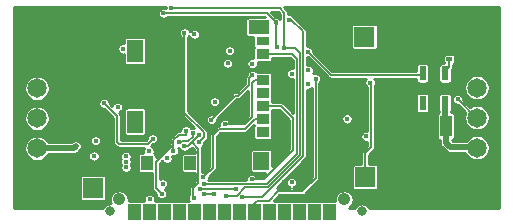
<source format=gbr>
G04 #@! TF.GenerationSoftware,KiCad,Pcbnew,(5.1.6)-1*
G04 #@! TF.CreationDate,2021-12-03T12:33:41+01:00*
G04 #@! TF.ProjectId,USBEMBEDED,55534245-4d42-4454-9445-442e6b696361,rev?*
G04 #@! TF.SameCoordinates,Original*
G04 #@! TF.FileFunction,Copper,L4,Bot*
G04 #@! TF.FilePolarity,Positive*
%FSLAX46Y46*%
G04 Gerber Fmt 4.6, Leading zero omitted, Abs format (unit mm)*
G04 Created by KiCad (PCBNEW (5.1.6)-1) date 2021-12-03 12:33:41*
%MOMM*%
%LPD*%
G01*
G04 APERTURE LIST*
G04 #@! TA.AperFunction,EtchedComponent*
%ADD10C,0.002000*%
G04 #@! TD*
G04 #@! TA.AperFunction,SMDPad,CuDef*
%ADD11R,1.350000X1.550000*%
G04 #@! TD*
G04 #@! TA.AperFunction,SMDPad,CuDef*
%ADD12R,1.000000X1.200000*%
G04 #@! TD*
G04 #@! TA.AperFunction,SMDPad,CuDef*
%ADD13R,1.350000X1.900000*%
G04 #@! TD*
G04 #@! TA.AperFunction,SMDPad,CuDef*
%ADD14R,1.800000X1.170000*%
G04 #@! TD*
G04 #@! TA.AperFunction,SMDPad,CuDef*
%ADD15R,1.100000X0.750000*%
G04 #@! TD*
G04 #@! TA.AperFunction,SMDPad,CuDef*
%ADD16R,1.100000X0.850000*%
G04 #@! TD*
G04 #@! TA.AperFunction,ComponentPad*
%ADD17C,1.650000*%
G04 #@! TD*
G04 #@! TA.AperFunction,SMDPad,CuDef*
%ADD18R,1.070000X1.820000*%
G04 #@! TD*
G04 #@! TA.AperFunction,SMDPad,CuDef*
%ADD19R,0.600000X1.200000*%
G04 #@! TD*
G04 #@! TA.AperFunction,SMDPad,CuDef*
%ADD20R,0.470000X0.440000*%
G04 #@! TD*
G04 #@! TA.AperFunction,ComponentPad*
%ADD21R,1.725000X1.725000*%
G04 #@! TD*
G04 #@! TA.AperFunction,ComponentPad*
%ADD22C,1.067000*%
G04 #@! TD*
G04 #@! TA.AperFunction,ComponentPad*
%ADD23C,0.813000*%
G04 #@! TD*
G04 #@! TA.AperFunction,ViaPad*
%ADD24R,1.016000X1.016000*%
G04 #@! TD*
G04 #@! TA.AperFunction,ViaPad*
%ADD25C,0.450000*%
G04 #@! TD*
G04 #@! TA.AperFunction,Conductor*
%ADD26C,0.127000*%
G04 #@! TD*
G04 #@! TA.AperFunction,Conductor*
%ADD27C,0.508000*%
G04 #@! TD*
G04 #@! TA.AperFunction,Conductor*
%ADD28C,0.254000*%
G04 #@! TD*
G04 APERTURE END LIST*
D10*
G04 #@! TO.C,U1*
G36*
X145013000Y-109964000D02*
G01*
X145013000Y-108696000D01*
X146027000Y-108696000D01*
X146027000Y-109964000D01*
X145013000Y-109964000D01*
G37*
X145013000Y-109964000D02*
X145013000Y-108696000D01*
X146027000Y-108696000D01*
X146027000Y-109964000D01*
X145013000Y-109964000D01*
G36*
X146283000Y-109964000D02*
G01*
X146283000Y-108696000D01*
X147297000Y-108696000D01*
X147297000Y-109964000D01*
X146283000Y-109964000D01*
G37*
X146283000Y-109964000D02*
X146283000Y-108696000D01*
X147297000Y-108696000D01*
X147297000Y-109964000D01*
X146283000Y-109964000D01*
G36*
X147553000Y-109964000D02*
G01*
X147553000Y-108696000D01*
X148567000Y-108696000D01*
X148567000Y-109964000D01*
X147553000Y-109964000D01*
G37*
X147553000Y-109964000D02*
X147553000Y-108696000D01*
X148567000Y-108696000D01*
X148567000Y-109964000D01*
X147553000Y-109964000D01*
G36*
X148823000Y-109964000D02*
G01*
X148823000Y-108696000D01*
X149837000Y-108696000D01*
X149837000Y-109964000D01*
X148823000Y-109964000D01*
G37*
X148823000Y-109964000D02*
X148823000Y-108696000D01*
X149837000Y-108696000D01*
X149837000Y-109964000D01*
X148823000Y-109964000D01*
G36*
X150093000Y-109964000D02*
G01*
X150093000Y-108696000D01*
X151107000Y-108696000D01*
X151107000Y-109964000D01*
X150093000Y-109964000D01*
G37*
X150093000Y-109964000D02*
X150093000Y-108696000D01*
X151107000Y-108696000D01*
X151107000Y-109964000D01*
X150093000Y-109964000D01*
G36*
X151363000Y-109964000D02*
G01*
X151363000Y-108696000D01*
X152377000Y-108696000D01*
X152377000Y-109964000D01*
X151363000Y-109964000D01*
G37*
X151363000Y-109964000D02*
X151363000Y-108696000D01*
X152377000Y-108696000D01*
X152377000Y-109964000D01*
X151363000Y-109964000D01*
G36*
X152633000Y-109964000D02*
G01*
X152633000Y-108696000D01*
X153647000Y-108696000D01*
X153647000Y-109964000D01*
X152633000Y-109964000D01*
G37*
X152633000Y-109964000D02*
X152633000Y-108696000D01*
X153647000Y-108696000D01*
X153647000Y-109964000D01*
X152633000Y-109964000D01*
G36*
X153903000Y-109964000D02*
G01*
X153903000Y-108696000D01*
X154917000Y-108696000D01*
X154917000Y-109964000D01*
X153903000Y-109964000D01*
G37*
X153903000Y-109964000D02*
X153903000Y-108696000D01*
X154917000Y-108696000D01*
X154917000Y-109964000D01*
X153903000Y-109964000D01*
G36*
X155173000Y-109964000D02*
G01*
X155173000Y-108696000D01*
X156187000Y-108696000D01*
X156187000Y-109964000D01*
X155173000Y-109964000D01*
G37*
X155173000Y-109964000D02*
X155173000Y-108696000D01*
X156187000Y-108696000D01*
X156187000Y-109964000D01*
X155173000Y-109964000D01*
G36*
X156443000Y-109964000D02*
G01*
X156443000Y-108696000D01*
X157457000Y-108696000D01*
X157457000Y-109964000D01*
X156443000Y-109964000D01*
G37*
X156443000Y-109964000D02*
X156443000Y-108696000D01*
X157457000Y-108696000D01*
X157457000Y-109964000D01*
X156443000Y-109964000D01*
G36*
X157713000Y-109964000D02*
G01*
X157713000Y-108696000D01*
X158727000Y-108696000D01*
X158727000Y-109964000D01*
X157713000Y-109964000D01*
G37*
X157713000Y-109964000D02*
X157713000Y-108696000D01*
X158727000Y-108696000D01*
X158727000Y-109964000D01*
X157713000Y-109964000D01*
G36*
X158983000Y-109964000D02*
G01*
X158983000Y-108696000D01*
X159997000Y-108696000D01*
X159997000Y-109964000D01*
X158983000Y-109964000D01*
G37*
X158983000Y-109964000D02*
X158983000Y-108696000D01*
X159997000Y-108696000D01*
X159997000Y-109964000D01*
X158983000Y-109964000D01*
G36*
X160253000Y-109964000D02*
G01*
X160253000Y-108696000D01*
X161267000Y-108696000D01*
X161267000Y-109964000D01*
X160253000Y-109964000D01*
G37*
X160253000Y-109964000D02*
X160253000Y-108696000D01*
X161267000Y-108696000D01*
X161267000Y-109964000D01*
X160253000Y-109964000D01*
G36*
X161523000Y-109964000D02*
G01*
X161523000Y-108696000D01*
X162537000Y-108696000D01*
X162537000Y-109964000D01*
X161523000Y-109964000D01*
G37*
X161523000Y-109964000D02*
X161523000Y-108696000D01*
X162537000Y-108696000D01*
X162537000Y-109964000D01*
X161523000Y-109964000D01*
G04 #@! TD*
D11*
G04 #@! TO.P,SD1,14*
G04 #@! TO.N,N/C*
X156280000Y-105075000D03*
D12*
G04 #@! TO.P,SD1,13*
X150255000Y-105250000D03*
G04 #@! TO.P,SD1,12*
X146555000Y-105250000D03*
D13*
G04 #@! TO.P,SD1,11*
X145580000Y-101750000D03*
G04 #@! TO.P,SD1,10*
X145580000Y-95780000D03*
D14*
G04 #@! TO.P,SD1,9*
X156055000Y-93755000D03*
D15*
G04 #@! TO.P,SD1,8*
G04 #@! TO.N,Net-(SD1-Pad8)*
X156405000Y-94965000D03*
D16*
G04 #@! TO.P,SD1,7*
G04 #@! TO.N,DO*
X156405000Y-96015000D03*
G04 #@! TO.P,SD1,6*
G04 #@! TO.N,GND*
X156405000Y-97115000D03*
G04 #@! TO.P,SD1,5*
G04 #@! TO.N,CLK*
X156405000Y-98215000D03*
G04 #@! TO.P,SD1,4*
G04 #@! TO.N,+3V3*
X156405000Y-99315000D03*
G04 #@! TO.P,SD1,3*
G04 #@! TO.N,DI*
X156405000Y-100415000D03*
G04 #@! TO.P,SD1,2*
G04 #@! TO.N,CS*
X156405000Y-101515000D03*
G04 #@! TO.P,SD1,1*
G04 #@! TO.N,Net-(SD1-Pad1)*
X156405000Y-102615000D03*
G04 #@! TD*
D17*
G04 #@! TO.P,PCSIDE1,4*
G04 #@! TO.N,GND*
X137270000Y-96390000D03*
G04 #@! TO.P,PCSIDE1,3*
G04 #@! TO.N,D+AT*
X137270000Y-98930000D03*
G04 #@! TO.P,PCSIDE1,2*
G04 #@! TO.N,D-AT*
X137270000Y-101470000D03*
G04 #@! TO.P,PCSIDE1,1*
G04 #@! TO.N,+5V*
X137270000Y-104010000D03*
G04 #@! TD*
G04 #@! TO.P,KEYBOARDSIDE1,4*
G04 #@! TO.N,VDC*
X174510000Y-103960000D03*
G04 #@! TO.P,KEYBOARDSIDE1,3*
G04 #@! TO.N,D-US*
X174510000Y-101420000D03*
G04 #@! TO.P,KEYBOARDSIDE1,2*
G04 #@! TO.N,D+US*
X174510000Y-98880000D03*
G04 #@! TO.P,KEYBOARDSIDE1,1*
G04 #@! TO.N,GND*
X174510000Y-96340000D03*
G04 #@! TD*
D18*
G04 #@! TO.P,C1,2*
G04 #@! TO.N,GND*
X169130000Y-102130000D03*
G04 #@! TO.P,C1,1*
G04 #@! TO.N,VDC*
X171890000Y-102130000D03*
G04 #@! TD*
D19*
G04 #@! TO.P,KEYPWR1,5*
G04 #@! TO.N,VCC*
X171820000Y-97670000D03*
G04 #@! TO.P,KEYPWR1,4*
G04 #@! TO.N,D11*
X169920000Y-97670000D03*
G04 #@! TO.P,KEYPWR1,3*
G04 #@! TO.N,Net-(KEYPWR1-Pad3)*
X169920000Y-100170000D03*
G04 #@! TO.P,KEYPWR1,2*
G04 #@! TO.N,GND*
X170870000Y-100170000D03*
G04 #@! TO.P,KEYPWR1,1*
G04 #@! TO.N,VDC*
X171820000Y-100170000D03*
G04 #@! TD*
D20*
G04 #@! TO.P,0.1uF5,2*
G04 #@! TO.N,GND*
X171510000Y-96470000D03*
G04 #@! TO.P,0.1uF5,1*
G04 #@! TO.N,VCC*
X172180000Y-96470000D03*
G04 #@! TD*
D21*
G04 #@! TO.P,TX1,1*
G04 #@! TO.N,NRFTX*
X165000000Y-94560000D03*
G04 #@! TD*
G04 #@! TO.P,RX1,1*
G04 #@! TO.N,NRFRX*
X165060000Y-106460000D03*
G04 #@! TD*
G04 #@! TO.P,GND1,1*
G04 #@! TO.N,GND*
X142180000Y-93700000D03*
G04 #@! TD*
G04 #@! TO.P,5V+1,1*
G04 #@! TO.N,+5V*
X142030000Y-107360000D03*
G04 #@! TD*
D22*
G04 #@! TO.P,U1,18*
G04 #@! TO.N,N/C*
X163300000Y-108339000D03*
D23*
G04 #@! TO.P,U1,17*
X164799000Y-109330000D03*
G04 #@! TO.P,U1,16*
X143488000Y-109330000D03*
D22*
G04 #@! TO.P,U1,15*
X144250000Y-108339000D03*
D24*
G04 #@! TD*
G04 #@! TO.N,GND*
G04 #@! TO.C,U1*
X162030000Y-109330000D03*
G04 #@! TO.N,Net-(U1-Pad13)*
G04 #@! TO.C,U1*
X160760000Y-109330000D03*
G04 #@! TO.N,Net-(U1-Pad12)*
X159490000Y-109330000D03*
G04 #@! TO.N,Net-(U1-Pad11)*
X158220000Y-109330000D03*
G04 #@! TO.N,Net-(U1-Pad10)*
X156950000Y-109330000D03*
G04 #@! TO.N,MCLR*
X155680000Y-109330000D03*
G04 #@! TO.N,TXUSBH-PGRCLK*
X154410000Y-109330000D03*
G04 #@! TO.N,RXUSBH-PGRDATA*
X153140000Y-109330000D03*
G04 #@! TO.N,RST*
X151870000Y-109330000D03*
G04 #@! TO.N,MISO*
X150600000Y-109330000D03*
G04 #@! TO.N,MOSI*
X149330000Y-109330000D03*
G04 #@! TO.N,SCLK*
X148060000Y-109330000D03*
G04 #@! TO.N,+3V3*
X146790000Y-109330000D03*
G04 #@! TO.N,VCC*
X145520000Y-109330000D03*
G04 #@! TD*
D25*
G04 #@! TO.N,GND*
X154760000Y-96770000D03*
X154080000Y-96770000D03*
X171130000Y-96420000D03*
X170910000Y-100320000D03*
X169090000Y-102640000D03*
X156650000Y-103520000D03*
X156620000Y-97370000D03*
X150450000Y-97040000D03*
X146730000Y-96890000D03*
X148530000Y-96890000D03*
X150430000Y-98650000D03*
X146520000Y-98410000D03*
X148570000Y-98610000D03*
X148570000Y-100400000D03*
X150420000Y-100390000D03*
X146530000Y-100390000D03*
X158210000Y-106890000D03*
X154080000Y-104840000D03*
X154110000Y-99130000D03*
X143540000Y-103410000D03*
X142980000Y-103420000D03*
X142970000Y-104050000D03*
X143560000Y-104070000D03*
X143520000Y-104630000D03*
X142960000Y-104630000D03*
X143270000Y-105570000D03*
X136620000Y-92350000D03*
X140080000Y-92330000D03*
X143610000Y-92280000D03*
X145740000Y-92240000D03*
X141910000Y-92280000D03*
X136730000Y-108820000D03*
X139650000Y-108960000D03*
X142790000Y-108910000D03*
X141090000Y-95250000D03*
X141500000Y-97920000D03*
X142950000Y-98770000D03*
X143860000Y-99580000D03*
X143830000Y-98160000D03*
X142580000Y-97060000D03*
X143050000Y-95690000D03*
X144000000Y-94220000D03*
X144240000Y-93140000D03*
X143840000Y-107060000D03*
X146760000Y-106660000D03*
X145310000Y-106470000D03*
X143610000Y-106250000D03*
X158730000Y-108200000D03*
X159550000Y-107240000D03*
X159540000Y-108220000D03*
X161350000Y-108200000D03*
X161320000Y-107470000D03*
X146880000Y-93840000D03*
X145560000Y-93750000D03*
X146630000Y-92930000D03*
X147090000Y-92120000D03*
X148870000Y-94240000D03*
X148840000Y-93370000D03*
X149850000Y-93380000D03*
X150620000Y-93740000D03*
X151390000Y-94020000D03*
X151400000Y-95400000D03*
X152250000Y-95400000D03*
X152280000Y-94020000D03*
X151580000Y-93180000D03*
X154470000Y-93150000D03*
X153220000Y-93140000D03*
X154960000Y-97290000D03*
X153230000Y-101120000D03*
X155020000Y-101110000D03*
X153310000Y-102860000D03*
X155410000Y-102970000D03*
X163130000Y-106820000D03*
X164570000Y-108110000D03*
X165950000Y-108780000D03*
X172350000Y-95110000D03*
X167110000Y-107580000D03*
X167980000Y-108850000D03*
X168760000Y-96570000D03*
X166880000Y-96400000D03*
X164620000Y-96480000D03*
X164430000Y-98690000D03*
X164460000Y-101260000D03*
X163580000Y-99980000D03*
X161730000Y-98720000D03*
X162870000Y-97350000D03*
X162070000Y-95680000D03*
X160800000Y-95230000D03*
X167440000Y-94950000D03*
X167580000Y-92280000D03*
X166280000Y-95030000D03*
X166320000Y-92120000D03*
X166290000Y-93300000D03*
X163450000Y-94010000D03*
X163530000Y-92160000D03*
X161940000Y-94130000D03*
X161900000Y-92140000D03*
X160520000Y-94090000D03*
X160540000Y-92270000D03*
X160040000Y-93290000D03*
X158540000Y-92190000D03*
X166800000Y-105450000D03*
X157480000Y-92580000D03*
X152770000Y-97490000D03*
X149730000Y-108080000D03*
X147760000Y-105950000D03*
X153230000Y-106600000D03*
X163640000Y-104270000D03*
X151640000Y-102070000D03*
X151440000Y-105110000D03*
X151640000Y-103810000D03*
X170010000Y-98910000D03*
X170960000Y-98910000D03*
X171900000Y-98920000D03*
X137660000Y-93870000D03*
X139310000Y-93550000D03*
X139150000Y-95020000D03*
X139950000Y-96800000D03*
X136560000Y-102750000D03*
X136840000Y-105660000D03*
X139600000Y-106670000D03*
X138180000Y-107580000D03*
X136740000Y-107120000D03*
X139080000Y-97840000D03*
X136780000Y-94860000D03*
X138160000Y-92530000D03*
X154680000Y-96100000D03*
X154180000Y-96220000D03*
X155090000Y-95730000D03*
X154010000Y-94430000D03*
G04 #@! TO.N,+3V3*
X156470000Y-99310000D03*
X160250000Y-97410000D03*
X163520000Y-101520000D03*
X158835000Y-106880000D03*
X160193520Y-98580000D03*
X158830000Y-97680000D03*
X146820000Y-108300000D03*
X155490000Y-96830000D03*
X147910000Y-107020000D03*
G04 #@! TO.N,VCC*
X171810000Y-97460000D03*
X171790000Y-98010000D03*
X153600000Y-95730000D03*
X153410000Y-96810000D03*
X144800000Y-104690000D03*
X144800000Y-105150000D03*
X144810000Y-105620000D03*
X144552998Y-95590000D03*
X144110000Y-100520000D03*
X150590000Y-94340000D03*
X152304018Y-100068572D03*
X146750000Y-104260000D03*
X148276553Y-104861053D03*
X165140000Y-103000000D03*
G04 #@! TO.N,MCLR*
X160870000Y-98100000D03*
G04 #@! TO.N,RXUSBH-PGRDATA*
X148660000Y-92160000D03*
X153280000Y-108030000D03*
X158186340Y-95493660D03*
G04 #@! TO.N,+5V*
X142090000Y-104660000D03*
X142230000Y-103370000D03*
X140550000Y-103830000D03*
G04 #@! TO.N,Net-(22Ohm2-Pad2)*
X142950000Y-100200000D03*
X147060000Y-103200000D03*
G04 #@! TO.N,TXUSBH-PGRCLK*
X147960000Y-92590000D03*
X154653712Y-108133712D03*
X158601840Y-93110000D03*
X157478951Y-93351049D03*
X157609899Y-95468231D03*
G04 #@! TO.N,NRFRX*
X165480000Y-98460000D03*
G04 #@! TO.N,MISO*
X151010000Y-102860000D03*
X149740000Y-103830000D03*
X150540000Y-108220000D03*
G04 #@! TO.N,MOSI*
X150447168Y-102732909D03*
X149278398Y-103483799D03*
G04 #@! TO.N,SCLK*
X149885230Y-102515989D03*
X147820000Y-107870000D03*
X148819513Y-104228822D03*
G04 #@! TO.N,SS*
X149760000Y-94230000D03*
X150957606Y-103500000D03*
G04 #@! TO.N,D-US*
X172900000Y-99870000D03*
G04 #@! TO.N,DO*
X151454500Y-107049376D03*
G04 #@! TO.N,CLK*
X153180000Y-101980000D03*
X151454500Y-107880376D03*
X152285500Y-107880376D03*
G04 #@! TO.N,DI*
X151033575Y-107444032D03*
X154120000Y-107464876D03*
X155440000Y-106633876D03*
G04 #@! TO.N,CS*
X151361001Y-106480000D03*
G04 #@! TO.N,D11*
X160193520Y-95837998D03*
X152030001Y-101580000D03*
X155502998Y-97800000D03*
G04 #@! TD*
D26*
G04 #@! TO.N,VCC*
X171800000Y-97450000D02*
X171810000Y-97460000D01*
X172180000Y-97090000D02*
X171810000Y-97460000D01*
X172180000Y-96470000D02*
X172180000Y-97090000D01*
G04 #@! TO.N,MCLR*
X155680000Y-108695000D02*
X155680000Y-109330000D01*
X155935000Y-108440000D02*
X155680000Y-108695000D01*
X160870000Y-106534942D02*
X159749441Y-107655501D01*
X156890000Y-108440000D02*
X155935000Y-108440000D01*
X160870000Y-98100000D02*
X160870000Y-106534942D01*
X157674499Y-107655501D02*
X156890000Y-108440000D01*
X159749441Y-107655501D02*
X157674499Y-107655501D01*
X155680000Y-108695000D02*
X155680000Y-109089490D01*
G04 #@! TO.N,RXUSBH-PGRDATA*
X158186340Y-92526340D02*
X157820000Y-92160000D01*
X157820000Y-92160000D02*
X148660000Y-92160000D01*
X154169818Y-108030000D02*
X154896432Y-107303386D01*
X153280000Y-108030000D02*
X154169818Y-108030000D01*
X159524010Y-104595214D02*
X159524010Y-95920840D01*
X156815839Y-107303385D02*
X159524010Y-104595214D01*
X154896432Y-107303386D02*
X156815839Y-107303385D01*
X158186340Y-92526340D02*
X158186340Y-95493660D01*
X159096830Y-95493660D02*
X159524010Y-95920840D01*
X158186340Y-95493660D02*
X159096830Y-95493660D01*
D27*
G04 #@! TO.N,+5V*
X137270000Y-104010000D02*
X140370000Y-104010000D01*
X140370000Y-104010000D02*
X140550000Y-103830000D01*
D26*
G04 #@! TO.N,Net-(22Ohm2-Pad2)*
X142950000Y-100200000D02*
X144028501Y-101278501D01*
X144219199Y-103653501D02*
X146636499Y-103653501D01*
X144028501Y-103462803D02*
X144219199Y-103653501D01*
X144028501Y-101278501D02*
X144028501Y-103462803D01*
X146636499Y-103653501D02*
X147060000Y-103230000D01*
X147060000Y-103230000D02*
X147060000Y-103200000D01*
G04 #@! TO.N,TXUSBH-PGRCLK*
X156717902Y-92590000D02*
X147960000Y-92590000D01*
X159778020Y-94078020D02*
X158810000Y-93110000D01*
X159778020Y-104700428D02*
X159778020Y-94078020D01*
X154653712Y-108133712D02*
X156344736Y-108133712D01*
X156344736Y-108133712D02*
X159778020Y-104700428D01*
X158810000Y-93110000D02*
X158630000Y-93110000D01*
X158630000Y-93110000D02*
X158601840Y-93110000D01*
X157614060Y-93486158D02*
X157478951Y-93351049D01*
X157478951Y-93351049D02*
X156717902Y-92590000D01*
X157478951Y-93351049D02*
X157478951Y-95337283D01*
X157478951Y-95337283D02*
X157609899Y-95468231D01*
G04 #@! TO.N,NRFRX*
X165060000Y-106460000D02*
X165060000Y-104410000D01*
X165555501Y-98535501D02*
X165480000Y-98460000D01*
X165060000Y-104410000D02*
X165555501Y-103914499D01*
X165555501Y-103914499D02*
X165555501Y-98535501D01*
G04 #@! TO.N,MISO*
X150040000Y-103830000D02*
X149740000Y-103830000D01*
X150945501Y-104075501D02*
X150945501Y-106944499D01*
X150370000Y-103500000D02*
X150945501Y-104075501D01*
X150370000Y-103500000D02*
X150040000Y-103830000D01*
X151010000Y-102860000D02*
X150370000Y-103500000D01*
X150945501Y-106944499D02*
X150480000Y-107410000D01*
X150480000Y-107410000D02*
X150480000Y-108160000D01*
X150480000Y-108160000D02*
X150540000Y-108220000D01*
G04 #@! TO.N,MOSI*
X150447168Y-102732909D02*
X150447168Y-103063608D01*
X150447168Y-103063608D02*
X150080776Y-103430000D01*
X149471259Y-103483799D02*
X149278398Y-103483799D01*
X149540559Y-103414499D02*
X149471259Y-103483799D01*
X150080776Y-103430000D02*
X150065275Y-103414499D01*
X150065275Y-103414499D02*
X149540559Y-103414499D01*
G04 #@! TO.N,SCLK*
X149885230Y-102515989D02*
X149885230Y-102854770D01*
X149885230Y-102854770D02*
X149292485Y-102854770D01*
X149292485Y-102854770D02*
X148830000Y-103317255D01*
X148830000Y-103750000D02*
X148800000Y-103750000D01*
X148830000Y-103317255D02*
X148830000Y-103750000D01*
X148830000Y-103750000D02*
X148830000Y-104218335D01*
X148830000Y-104218335D02*
X148819513Y-104228822D01*
X147344499Y-107394499D02*
X147820000Y-107870000D01*
X147344499Y-105178165D02*
X147344499Y-107394499D01*
X148772664Y-103750000D02*
X147344499Y-105178165D01*
X148830000Y-103750000D02*
X148772664Y-103750000D01*
G04 #@! TO.N,SS*
X151425501Y-103032105D02*
X150957606Y-103500000D01*
X151425501Y-102660559D02*
X151425501Y-103032105D01*
X149760000Y-94230000D02*
X149760000Y-100995058D01*
X149760000Y-100995058D02*
X151425501Y-102660559D01*
G04 #@! TO.N,D-US*
X174450000Y-101420000D02*
X174510000Y-101420000D01*
X172900000Y-99870000D02*
X174450000Y-101420000D01*
G04 #@! TO.N,DO*
X151454500Y-107049376D02*
X156710624Y-107049376D01*
X156710624Y-107049376D02*
X159270000Y-104490000D01*
X159270000Y-104490000D02*
X159270000Y-96420000D01*
X158865000Y-96015000D02*
X156405000Y-96015000D01*
X159270000Y-96420000D02*
X158865000Y-96015000D01*
G04 #@! TO.N,CLK*
X153180000Y-101980000D02*
X154860000Y-101980000D01*
X154860000Y-101980000D02*
X155460000Y-101380000D01*
X155728000Y-98215000D02*
X156405000Y-98215000D01*
X155460000Y-98483000D02*
X155728000Y-98215000D01*
X155460000Y-101380000D02*
X155460000Y-98483000D01*
X151454500Y-107880376D02*
X152285500Y-107880376D01*
G04 #@! TO.N,DI*
X151033575Y-107444032D02*
X151054419Y-107464876D01*
X151054419Y-107464876D02*
X154120000Y-107464876D01*
X156514026Y-106633876D02*
X158970000Y-104177902D01*
X155440000Y-106633876D02*
X156514026Y-106633876D01*
X158970000Y-104177902D02*
X158970000Y-101460000D01*
X157925000Y-100415000D02*
X156405000Y-100415000D01*
X158970000Y-101460000D02*
X157925000Y-100415000D01*
G04 #@! TO.N,CS*
X156007803Y-101515000D02*
X156405000Y-101515000D01*
X151361001Y-106480000D02*
X152160000Y-105681001D01*
X152160000Y-105681001D02*
X152160000Y-102910000D01*
X155728000Y-101515000D02*
X156405000Y-101515000D01*
X154847499Y-102395501D02*
X155728000Y-101515000D01*
X152674499Y-102395501D02*
X154847499Y-102395501D01*
X152160000Y-102910000D02*
X152674499Y-102395501D01*
G04 #@! TO.N,D11*
X154064500Y-99545501D02*
X154309441Y-99545501D01*
X155205990Y-98648952D02*
X155205990Y-98097008D01*
X152030001Y-101580000D02*
X154064500Y-99545501D01*
X154309441Y-99545501D02*
X155205990Y-98648952D01*
X155205990Y-98097008D02*
X155502998Y-97800000D01*
X169800021Y-97789979D02*
X169920000Y-97670000D01*
X160193520Y-95837998D02*
X162145501Y-97789979D01*
X162145501Y-97789979D02*
X169800021Y-97789979D01*
D27*
G04 #@! TO.N,VDC*
X171890000Y-103544880D02*
X172255120Y-103910000D01*
X171820000Y-101940000D02*
X171890000Y-102010000D01*
X172255120Y-103910000D02*
X174130000Y-103910000D01*
X171890000Y-102010000D02*
X171890000Y-103544880D01*
X171820000Y-100170000D02*
X171820000Y-101940000D01*
G04 #@! TD*
D28*
G04 #@! TO.N,GND*
G36*
X176415828Y-109045855D02*
G01*
X165394035Y-109040571D01*
X165384328Y-109017136D01*
X165312044Y-108908956D01*
X165220044Y-108816956D01*
X165111864Y-108744672D01*
X164991661Y-108694883D01*
X164864054Y-108669500D01*
X164733946Y-108669500D01*
X164606339Y-108694883D01*
X164486136Y-108744672D01*
X164377956Y-108816956D01*
X164285956Y-108908956D01*
X164213672Y-109017136D01*
X164204201Y-109040001D01*
X163666093Y-109039743D01*
X163673021Y-109036873D01*
X163802002Y-108950691D01*
X163911691Y-108841002D01*
X163997873Y-108712021D01*
X164057236Y-108568705D01*
X164087500Y-108416562D01*
X164087500Y-108261438D01*
X164057236Y-108109295D01*
X163997873Y-107965979D01*
X163911691Y-107836998D01*
X163802002Y-107727309D01*
X163673021Y-107641127D01*
X163529705Y-107581764D01*
X163377562Y-107551500D01*
X163222438Y-107551500D01*
X163070295Y-107581764D01*
X162926979Y-107641127D01*
X162797998Y-107727309D01*
X162688309Y-107836998D01*
X162602127Y-107965979D01*
X162542764Y-108109295D01*
X162512500Y-108261438D01*
X162512500Y-108416562D01*
X162517361Y-108441000D01*
X161523000Y-108441000D01*
X161499081Y-108443345D01*
X161475218Y-108445517D01*
X161474364Y-108445768D01*
X161473470Y-108445856D01*
X161450470Y-108452800D01*
X161427475Y-108459568D01*
X161426681Y-108459983D01*
X161425827Y-108460241D01*
X161404674Y-108471488D01*
X161394851Y-108476624D01*
X161388523Y-108473202D01*
X161367455Y-108461620D01*
X161366599Y-108461349D01*
X161365816Y-108460925D01*
X161342928Y-108453840D01*
X161320017Y-108446572D01*
X161319129Y-108446472D01*
X161318275Y-108446208D01*
X161294379Y-108443697D01*
X161270560Y-108441025D01*
X161268846Y-108441013D01*
X161268780Y-108441006D01*
X161268714Y-108441012D01*
X161267000Y-108441000D01*
X160253000Y-108441000D01*
X160229081Y-108443345D01*
X160205218Y-108445517D01*
X160204364Y-108445768D01*
X160203470Y-108445856D01*
X160180470Y-108452800D01*
X160157475Y-108459568D01*
X160156681Y-108459983D01*
X160155827Y-108460241D01*
X160134674Y-108471488D01*
X160124851Y-108476624D01*
X160118523Y-108473202D01*
X160097455Y-108461620D01*
X160096599Y-108461349D01*
X160095816Y-108460925D01*
X160072928Y-108453840D01*
X160050017Y-108446572D01*
X160049129Y-108446472D01*
X160048275Y-108446208D01*
X160024379Y-108443697D01*
X160000560Y-108441025D01*
X159998846Y-108441013D01*
X159998780Y-108441006D01*
X159998714Y-108441012D01*
X159997000Y-108441000D01*
X158983000Y-108441000D01*
X158959081Y-108443345D01*
X158935218Y-108445517D01*
X158934364Y-108445768D01*
X158933470Y-108445856D01*
X158910470Y-108452800D01*
X158887475Y-108459568D01*
X158886681Y-108459983D01*
X158885827Y-108460241D01*
X158864674Y-108471488D01*
X158854851Y-108476624D01*
X158848523Y-108473202D01*
X158827455Y-108461620D01*
X158826599Y-108461349D01*
X158825816Y-108460925D01*
X158802928Y-108453840D01*
X158780017Y-108446572D01*
X158779129Y-108446472D01*
X158778275Y-108446208D01*
X158754379Y-108443697D01*
X158730560Y-108441025D01*
X158728846Y-108441013D01*
X158728780Y-108441006D01*
X158728714Y-108441012D01*
X158727000Y-108441000D01*
X157713000Y-108441000D01*
X157689081Y-108443345D01*
X157665218Y-108445517D01*
X157664364Y-108445768D01*
X157663470Y-108445856D01*
X157640470Y-108452800D01*
X157617475Y-108459568D01*
X157616681Y-108459983D01*
X157615827Y-108460241D01*
X157594674Y-108471488D01*
X157584851Y-108476624D01*
X157578523Y-108473202D01*
X157557455Y-108461620D01*
X157556599Y-108461349D01*
X157555816Y-108460925D01*
X157532928Y-108453840D01*
X157510017Y-108446572D01*
X157509129Y-108446472D01*
X157508275Y-108446208D01*
X157484379Y-108443697D01*
X157460560Y-108441025D01*
X157458846Y-108441013D01*
X157458780Y-108441006D01*
X157458714Y-108441012D01*
X157457000Y-108441000D01*
X157338012Y-108441000D01*
X157806012Y-107973001D01*
X159733845Y-107973001D01*
X159749441Y-107974537D01*
X159765037Y-107973001D01*
X159811682Y-107968407D01*
X159871531Y-107950252D01*
X159926688Y-107920770D01*
X159975034Y-107881094D01*
X159984983Y-107868971D01*
X161083476Y-106770479D01*
X161095593Y-106760535D01*
X161135269Y-106712189D01*
X161164751Y-106657032D01*
X161182906Y-106597183D01*
X161187500Y-106550538D01*
X161189036Y-106534942D01*
X161187500Y-106519346D01*
X161187500Y-101472823D01*
X163041000Y-101472823D01*
X163041000Y-101567177D01*
X163059407Y-101659719D01*
X163095515Y-101746892D01*
X163147936Y-101825345D01*
X163214655Y-101892064D01*
X163293108Y-101944485D01*
X163380281Y-101980593D01*
X163472823Y-101999000D01*
X163567177Y-101999000D01*
X163659719Y-101980593D01*
X163746892Y-101944485D01*
X163825345Y-101892064D01*
X163892064Y-101825345D01*
X163944485Y-101746892D01*
X163980593Y-101659719D01*
X163999000Y-101567177D01*
X163999000Y-101472823D01*
X163980593Y-101380281D01*
X163944485Y-101293108D01*
X163892064Y-101214655D01*
X163825345Y-101147936D01*
X163746892Y-101095515D01*
X163659719Y-101059407D01*
X163567177Y-101041000D01*
X163472823Y-101041000D01*
X163380281Y-101059407D01*
X163293108Y-101095515D01*
X163214655Y-101147936D01*
X163147936Y-101214655D01*
X163095515Y-101293108D01*
X163059407Y-101380281D01*
X163041000Y-101472823D01*
X161187500Y-101472823D01*
X161187500Y-98459909D01*
X161242064Y-98405345D01*
X161294485Y-98326892D01*
X161330593Y-98239719D01*
X161349000Y-98147177D01*
X161349000Y-98052823D01*
X161330593Y-97960281D01*
X161294485Y-97873108D01*
X161242064Y-97794655D01*
X161175345Y-97727936D01*
X161096892Y-97675515D01*
X161009719Y-97639407D01*
X160917177Y-97621000D01*
X160822823Y-97621000D01*
X160730281Y-97639407D01*
X160650809Y-97672325D01*
X160674485Y-97636892D01*
X160710593Y-97549719D01*
X160729000Y-97457177D01*
X160729000Y-97362823D01*
X160710593Y-97270281D01*
X160674485Y-97183108D01*
X160622064Y-97104655D01*
X160555345Y-97037936D01*
X160476892Y-96985515D01*
X160389719Y-96949407D01*
X160297177Y-96931000D01*
X160202823Y-96931000D01*
X160110281Y-96949407D01*
X160095520Y-96955521D01*
X160095520Y-96306889D01*
X160146343Y-96316998D01*
X160223508Y-96316998D01*
X161909964Y-98003455D01*
X161919908Y-98015572D01*
X161968254Y-98055248D01*
X162022801Y-98084404D01*
X162023411Y-98084730D01*
X162083260Y-98102885D01*
X162145500Y-98109015D01*
X162161096Y-98107479D01*
X165155112Y-98107479D01*
X165107936Y-98154655D01*
X165055515Y-98233108D01*
X165019407Y-98320281D01*
X165001000Y-98412823D01*
X165001000Y-98507177D01*
X165019407Y-98599719D01*
X165055515Y-98686892D01*
X165107936Y-98765345D01*
X165174655Y-98832064D01*
X165238002Y-98874391D01*
X165238001Y-102531109D01*
X165187177Y-102521000D01*
X165092823Y-102521000D01*
X165000281Y-102539407D01*
X164913108Y-102575515D01*
X164834655Y-102627936D01*
X164767936Y-102694655D01*
X164715515Y-102773108D01*
X164679407Y-102860281D01*
X164661000Y-102952823D01*
X164661000Y-103047177D01*
X164679407Y-103139719D01*
X164715515Y-103226892D01*
X164767936Y-103305345D01*
X164834655Y-103372064D01*
X164913108Y-103424485D01*
X165000281Y-103460593D01*
X165092823Y-103479000D01*
X165187177Y-103479000D01*
X165238001Y-103468891D01*
X165238001Y-103782986D01*
X164846525Y-104174463D01*
X164834408Y-104184407D01*
X164794732Y-104232753D01*
X164793256Y-104235515D01*
X164765249Y-104287911D01*
X164747094Y-104347760D01*
X164740964Y-104410000D01*
X164742501Y-104425606D01*
X164742501Y-105342272D01*
X164197500Y-105342272D01*
X164147707Y-105347176D01*
X164099828Y-105361700D01*
X164055703Y-105385286D01*
X164017027Y-105417027D01*
X163985286Y-105455703D01*
X163961700Y-105499828D01*
X163947176Y-105547707D01*
X163942272Y-105597500D01*
X163942272Y-107322500D01*
X163947176Y-107372293D01*
X163961700Y-107420172D01*
X163985286Y-107464297D01*
X164017027Y-107502973D01*
X164055703Y-107534714D01*
X164099828Y-107558300D01*
X164147707Y-107572824D01*
X164197500Y-107577728D01*
X165922500Y-107577728D01*
X165972293Y-107572824D01*
X166020172Y-107558300D01*
X166064297Y-107534714D01*
X166102973Y-107502973D01*
X166134714Y-107464297D01*
X166158300Y-107420172D01*
X166172824Y-107372293D01*
X166177728Y-107322500D01*
X166177728Y-105597500D01*
X166172824Y-105547707D01*
X166158300Y-105499828D01*
X166134714Y-105455703D01*
X166102973Y-105417027D01*
X166064297Y-105385286D01*
X166020172Y-105361700D01*
X165972293Y-105347176D01*
X165922500Y-105342272D01*
X165377500Y-105342272D01*
X165377500Y-104541512D01*
X165768978Y-104150035D01*
X165781094Y-104140092D01*
X165820770Y-104091746D01*
X165850252Y-104036589D01*
X165868407Y-103976740D01*
X165873001Y-103930095D01*
X165873001Y-103930093D01*
X165874537Y-103914500D01*
X165873001Y-103898907D01*
X165873001Y-101220000D01*
X171099772Y-101220000D01*
X171099772Y-103040000D01*
X171104676Y-103089793D01*
X171119200Y-103137672D01*
X171142786Y-103181797D01*
X171174527Y-103220473D01*
X171213203Y-103252214D01*
X171257328Y-103275800D01*
X171305207Y-103290324D01*
X171355000Y-103295228D01*
X171382001Y-103295228D01*
X171382001Y-103519926D01*
X171379543Y-103544880D01*
X171387722Y-103627911D01*
X171389352Y-103644465D01*
X171410974Y-103715742D01*
X171418400Y-103740223D01*
X171465571Y-103828475D01*
X171501344Y-103872064D01*
X171529053Y-103905828D01*
X171548430Y-103921730D01*
X171878265Y-104251565D01*
X171894172Y-104270948D01*
X171971525Y-104334429D01*
X172059777Y-104381601D01*
X172155535Y-104410649D01*
X172230173Y-104418000D01*
X172230176Y-104418000D01*
X172255120Y-104420457D01*
X172280064Y-104418000D01*
X173531808Y-104418000D01*
X173553802Y-104471098D01*
X173671886Y-104647823D01*
X173822177Y-104798114D01*
X173998902Y-104916198D01*
X174195267Y-104997535D01*
X174403728Y-105039000D01*
X174616272Y-105039000D01*
X174824733Y-104997535D01*
X175021098Y-104916198D01*
X175197823Y-104798114D01*
X175348114Y-104647823D01*
X175466198Y-104471098D01*
X175547535Y-104274733D01*
X175589000Y-104066272D01*
X175589000Y-103853728D01*
X175547535Y-103645267D01*
X175466198Y-103448902D01*
X175348114Y-103272177D01*
X175197823Y-103121886D01*
X175021098Y-103003802D01*
X174824733Y-102922465D01*
X174616272Y-102881000D01*
X174403728Y-102881000D01*
X174195267Y-102922465D01*
X173998902Y-103003802D01*
X173822177Y-103121886D01*
X173671886Y-103272177D01*
X173585141Y-103402000D01*
X172465540Y-103402000D01*
X172398000Y-103334460D01*
X172398000Y-103295228D01*
X172425000Y-103295228D01*
X172474793Y-103290324D01*
X172522672Y-103275800D01*
X172566797Y-103252214D01*
X172605473Y-103220473D01*
X172637214Y-103181797D01*
X172660800Y-103137672D01*
X172675324Y-103089793D01*
X172680228Y-103040000D01*
X172680228Y-101220000D01*
X172675324Y-101170207D01*
X172660800Y-101122328D01*
X172637214Y-101078203D01*
X172605473Y-101039527D01*
X172566797Y-101007786D01*
X172522672Y-100984200D01*
X172474793Y-100969676D01*
X172425000Y-100964772D01*
X172328000Y-100964772D01*
X172328000Y-100916932D01*
X172332214Y-100911797D01*
X172355800Y-100867672D01*
X172370324Y-100819793D01*
X172375228Y-100770000D01*
X172375228Y-99822823D01*
X172421000Y-99822823D01*
X172421000Y-99917177D01*
X172439407Y-100009719D01*
X172475515Y-100096892D01*
X172527936Y-100175345D01*
X172594655Y-100242064D01*
X172673108Y-100294485D01*
X172760281Y-100330593D01*
X172852823Y-100349000D01*
X172929988Y-100349000D01*
X173535082Y-100954095D01*
X173472465Y-101105267D01*
X173431000Y-101313728D01*
X173431000Y-101526272D01*
X173472465Y-101734733D01*
X173553802Y-101931098D01*
X173671886Y-102107823D01*
X173822177Y-102258114D01*
X173998902Y-102376198D01*
X174195267Y-102457535D01*
X174403728Y-102499000D01*
X174616272Y-102499000D01*
X174824733Y-102457535D01*
X175021098Y-102376198D01*
X175197823Y-102258114D01*
X175348114Y-102107823D01*
X175466198Y-101931098D01*
X175547535Y-101734733D01*
X175589000Y-101526272D01*
X175589000Y-101313728D01*
X175547535Y-101105267D01*
X175466198Y-100908902D01*
X175348114Y-100732177D01*
X175197823Y-100581886D01*
X175021098Y-100463802D01*
X174824733Y-100382465D01*
X174616272Y-100341000D01*
X174403728Y-100341000D01*
X174195267Y-100382465D01*
X173998902Y-100463802D01*
X173965280Y-100486267D01*
X173379000Y-99899988D01*
X173379000Y-99822823D01*
X173360593Y-99730281D01*
X173324485Y-99643108D01*
X173272064Y-99564655D01*
X173205345Y-99497936D01*
X173126892Y-99445515D01*
X173039719Y-99409407D01*
X172947177Y-99391000D01*
X172852823Y-99391000D01*
X172760281Y-99409407D01*
X172673108Y-99445515D01*
X172594655Y-99497936D01*
X172527936Y-99564655D01*
X172475515Y-99643108D01*
X172439407Y-99730281D01*
X172421000Y-99822823D01*
X172375228Y-99822823D01*
X172375228Y-99570000D01*
X172370324Y-99520207D01*
X172355800Y-99472328D01*
X172332214Y-99428203D01*
X172300473Y-99389527D01*
X172261797Y-99357786D01*
X172217672Y-99334200D01*
X172169793Y-99319676D01*
X172120000Y-99314772D01*
X171520000Y-99314772D01*
X171470207Y-99319676D01*
X171422328Y-99334200D01*
X171378203Y-99357786D01*
X171339527Y-99389527D01*
X171307786Y-99428203D01*
X171284200Y-99472328D01*
X171269676Y-99520207D01*
X171264772Y-99570000D01*
X171264772Y-100770000D01*
X171269676Y-100819793D01*
X171284200Y-100867672D01*
X171307786Y-100911797D01*
X171312000Y-100916932D01*
X171312000Y-100969007D01*
X171305207Y-100969676D01*
X171257328Y-100984200D01*
X171213203Y-101007786D01*
X171174527Y-101039527D01*
X171142786Y-101078203D01*
X171119200Y-101122328D01*
X171104676Y-101170207D01*
X171099772Y-101220000D01*
X165873001Y-101220000D01*
X165873001Y-99570000D01*
X169364772Y-99570000D01*
X169364772Y-100770000D01*
X169369676Y-100819793D01*
X169384200Y-100867672D01*
X169407786Y-100911797D01*
X169439527Y-100950473D01*
X169478203Y-100982214D01*
X169522328Y-101005800D01*
X169570207Y-101020324D01*
X169620000Y-101025228D01*
X170220000Y-101025228D01*
X170269793Y-101020324D01*
X170317672Y-101005800D01*
X170361797Y-100982214D01*
X170400473Y-100950473D01*
X170432214Y-100911797D01*
X170455800Y-100867672D01*
X170470324Y-100819793D01*
X170475228Y-100770000D01*
X170475228Y-99570000D01*
X170470324Y-99520207D01*
X170455800Y-99472328D01*
X170432214Y-99428203D01*
X170400473Y-99389527D01*
X170361797Y-99357786D01*
X170317672Y-99334200D01*
X170269793Y-99319676D01*
X170220000Y-99314772D01*
X169620000Y-99314772D01*
X169570207Y-99319676D01*
X169522328Y-99334200D01*
X169478203Y-99357786D01*
X169439527Y-99389527D01*
X169407786Y-99428203D01*
X169384200Y-99472328D01*
X169369676Y-99520207D01*
X169364772Y-99570000D01*
X165873001Y-99570000D01*
X165873001Y-98773728D01*
X173431000Y-98773728D01*
X173431000Y-98986272D01*
X173472465Y-99194733D01*
X173553802Y-99391098D01*
X173671886Y-99567823D01*
X173822177Y-99718114D01*
X173998902Y-99836198D01*
X174195267Y-99917535D01*
X174403728Y-99959000D01*
X174616272Y-99959000D01*
X174824733Y-99917535D01*
X175021098Y-99836198D01*
X175197823Y-99718114D01*
X175348114Y-99567823D01*
X175466198Y-99391098D01*
X175547535Y-99194733D01*
X175589000Y-98986272D01*
X175589000Y-98773728D01*
X175547535Y-98565267D01*
X175466198Y-98368902D01*
X175348114Y-98192177D01*
X175197823Y-98041886D01*
X175021098Y-97923802D01*
X174824733Y-97842465D01*
X174616272Y-97801000D01*
X174403728Y-97801000D01*
X174195267Y-97842465D01*
X173998902Y-97923802D01*
X173822177Y-98041886D01*
X173671886Y-98192177D01*
X173553802Y-98368902D01*
X173472465Y-98565267D01*
X173431000Y-98773728D01*
X165873001Y-98773728D01*
X165873001Y-98734011D01*
X165904485Y-98686892D01*
X165940593Y-98599719D01*
X165959000Y-98507177D01*
X165959000Y-98412823D01*
X165940593Y-98320281D01*
X165904485Y-98233108D01*
X165852064Y-98154655D01*
X165804888Y-98107479D01*
X169364772Y-98107479D01*
X169364772Y-98270000D01*
X169369676Y-98319793D01*
X169384200Y-98367672D01*
X169407786Y-98411797D01*
X169439527Y-98450473D01*
X169478203Y-98482214D01*
X169522328Y-98505800D01*
X169570207Y-98520324D01*
X169620000Y-98525228D01*
X170220000Y-98525228D01*
X170269793Y-98520324D01*
X170317672Y-98505800D01*
X170361797Y-98482214D01*
X170400473Y-98450473D01*
X170432214Y-98411797D01*
X170455800Y-98367672D01*
X170470324Y-98319793D01*
X170475228Y-98270000D01*
X170475228Y-97070000D01*
X171264772Y-97070000D01*
X171264772Y-98270000D01*
X171269676Y-98319793D01*
X171284200Y-98367672D01*
X171307786Y-98411797D01*
X171339527Y-98450473D01*
X171378203Y-98482214D01*
X171422328Y-98505800D01*
X171470207Y-98520324D01*
X171520000Y-98525228D01*
X172120000Y-98525228D01*
X172169793Y-98520324D01*
X172217672Y-98505800D01*
X172261797Y-98482214D01*
X172300473Y-98450473D01*
X172332214Y-98411797D01*
X172355800Y-98367672D01*
X172370324Y-98319793D01*
X172375228Y-98270000D01*
X172375228Y-97343785D01*
X172393476Y-97325537D01*
X172405593Y-97315593D01*
X172445269Y-97267247D01*
X172474751Y-97212090D01*
X172492906Y-97152241D01*
X172497500Y-97105596D01*
X172499036Y-97090001D01*
X172497500Y-97074405D01*
X172497500Y-96930402D01*
X172512672Y-96925800D01*
X172556797Y-96902214D01*
X172595473Y-96870473D01*
X172627214Y-96831797D01*
X172650800Y-96787672D01*
X172665324Y-96739793D01*
X172670228Y-96690000D01*
X172670228Y-96250000D01*
X172665324Y-96200207D01*
X172650800Y-96152328D01*
X172627214Y-96108203D01*
X172595473Y-96069527D01*
X172556797Y-96037786D01*
X172512672Y-96014200D01*
X172464793Y-95999676D01*
X172415000Y-95994772D01*
X171945000Y-95994772D01*
X171895207Y-95999676D01*
X171847328Y-96014200D01*
X171803203Y-96037786D01*
X171764527Y-96069527D01*
X171732786Y-96108203D01*
X171709200Y-96152328D01*
X171694676Y-96200207D01*
X171689772Y-96250000D01*
X171689772Y-96690000D01*
X171694676Y-96739793D01*
X171709200Y-96787672D01*
X171723686Y-96814772D01*
X171520000Y-96814772D01*
X171470207Y-96819676D01*
X171422328Y-96834200D01*
X171378203Y-96857786D01*
X171339527Y-96889527D01*
X171307786Y-96928203D01*
X171284200Y-96972328D01*
X171269676Y-97020207D01*
X171264772Y-97070000D01*
X170475228Y-97070000D01*
X170470324Y-97020207D01*
X170455800Y-96972328D01*
X170432214Y-96928203D01*
X170400473Y-96889527D01*
X170361797Y-96857786D01*
X170317672Y-96834200D01*
X170269793Y-96819676D01*
X170220000Y-96814772D01*
X169620000Y-96814772D01*
X169570207Y-96819676D01*
X169522328Y-96834200D01*
X169478203Y-96857786D01*
X169439527Y-96889527D01*
X169407786Y-96928203D01*
X169384200Y-96972328D01*
X169369676Y-97020207D01*
X169364772Y-97070000D01*
X169364772Y-97472479D01*
X162277014Y-97472479D01*
X160672520Y-95867986D01*
X160672520Y-95790821D01*
X160654113Y-95698279D01*
X160618005Y-95611106D01*
X160565584Y-95532653D01*
X160498865Y-95465934D01*
X160420412Y-95413513D01*
X160333239Y-95377405D01*
X160240697Y-95358998D01*
X160146343Y-95358998D01*
X160095520Y-95369107D01*
X160095520Y-94093615D01*
X160097056Y-94078019D01*
X160090926Y-94015779D01*
X160072771Y-93955930D01*
X160043289Y-93900773D01*
X160003613Y-93852427D01*
X159991496Y-93842483D01*
X159846513Y-93697500D01*
X163882272Y-93697500D01*
X163882272Y-95422500D01*
X163887176Y-95472293D01*
X163901700Y-95520172D01*
X163925286Y-95564297D01*
X163957027Y-95602973D01*
X163995703Y-95634714D01*
X164039828Y-95658300D01*
X164087707Y-95672824D01*
X164137500Y-95677728D01*
X165862500Y-95677728D01*
X165912293Y-95672824D01*
X165960172Y-95658300D01*
X166004297Y-95634714D01*
X166042973Y-95602973D01*
X166074714Y-95564297D01*
X166098300Y-95520172D01*
X166112824Y-95472293D01*
X166117728Y-95422500D01*
X166117728Y-93697500D01*
X166112824Y-93647707D01*
X166098300Y-93599828D01*
X166074714Y-93555703D01*
X166042973Y-93517027D01*
X166004297Y-93485286D01*
X165960172Y-93461700D01*
X165912293Y-93447176D01*
X165862500Y-93442272D01*
X164137500Y-93442272D01*
X164087707Y-93447176D01*
X164039828Y-93461700D01*
X163995703Y-93485286D01*
X163957027Y-93517027D01*
X163925286Y-93555703D01*
X163901700Y-93599828D01*
X163887176Y-93647707D01*
X163882272Y-93697500D01*
X159846513Y-93697500D01*
X159045542Y-92896530D01*
X159035593Y-92884407D01*
X159016994Y-92869144D01*
X158973904Y-92804655D01*
X158907185Y-92737936D01*
X158828732Y-92685515D01*
X158741559Y-92649407D01*
X158649017Y-92631000D01*
X158554663Y-92631000D01*
X158503840Y-92641109D01*
X158503840Y-92541936D01*
X158505376Y-92526340D01*
X158499246Y-92464099D01*
X158481091Y-92404250D01*
X158471813Y-92386892D01*
X158451609Y-92349093D01*
X158411933Y-92300747D01*
X158399817Y-92290804D01*
X158163012Y-92054000D01*
X176406173Y-92054000D01*
X176415828Y-109045855D01*
G37*
X176415828Y-109045855D02*
X165394035Y-109040571D01*
X165384328Y-109017136D01*
X165312044Y-108908956D01*
X165220044Y-108816956D01*
X165111864Y-108744672D01*
X164991661Y-108694883D01*
X164864054Y-108669500D01*
X164733946Y-108669500D01*
X164606339Y-108694883D01*
X164486136Y-108744672D01*
X164377956Y-108816956D01*
X164285956Y-108908956D01*
X164213672Y-109017136D01*
X164204201Y-109040001D01*
X163666093Y-109039743D01*
X163673021Y-109036873D01*
X163802002Y-108950691D01*
X163911691Y-108841002D01*
X163997873Y-108712021D01*
X164057236Y-108568705D01*
X164087500Y-108416562D01*
X164087500Y-108261438D01*
X164057236Y-108109295D01*
X163997873Y-107965979D01*
X163911691Y-107836998D01*
X163802002Y-107727309D01*
X163673021Y-107641127D01*
X163529705Y-107581764D01*
X163377562Y-107551500D01*
X163222438Y-107551500D01*
X163070295Y-107581764D01*
X162926979Y-107641127D01*
X162797998Y-107727309D01*
X162688309Y-107836998D01*
X162602127Y-107965979D01*
X162542764Y-108109295D01*
X162512500Y-108261438D01*
X162512500Y-108416562D01*
X162517361Y-108441000D01*
X161523000Y-108441000D01*
X161499081Y-108443345D01*
X161475218Y-108445517D01*
X161474364Y-108445768D01*
X161473470Y-108445856D01*
X161450470Y-108452800D01*
X161427475Y-108459568D01*
X161426681Y-108459983D01*
X161425827Y-108460241D01*
X161404674Y-108471488D01*
X161394851Y-108476624D01*
X161388523Y-108473202D01*
X161367455Y-108461620D01*
X161366599Y-108461349D01*
X161365816Y-108460925D01*
X161342928Y-108453840D01*
X161320017Y-108446572D01*
X161319129Y-108446472D01*
X161318275Y-108446208D01*
X161294379Y-108443697D01*
X161270560Y-108441025D01*
X161268846Y-108441013D01*
X161268780Y-108441006D01*
X161268714Y-108441012D01*
X161267000Y-108441000D01*
X160253000Y-108441000D01*
X160229081Y-108443345D01*
X160205218Y-108445517D01*
X160204364Y-108445768D01*
X160203470Y-108445856D01*
X160180470Y-108452800D01*
X160157475Y-108459568D01*
X160156681Y-108459983D01*
X160155827Y-108460241D01*
X160134674Y-108471488D01*
X160124851Y-108476624D01*
X160118523Y-108473202D01*
X160097455Y-108461620D01*
X160096599Y-108461349D01*
X160095816Y-108460925D01*
X160072928Y-108453840D01*
X160050017Y-108446572D01*
X160049129Y-108446472D01*
X160048275Y-108446208D01*
X160024379Y-108443697D01*
X160000560Y-108441025D01*
X159998846Y-108441013D01*
X159998780Y-108441006D01*
X159998714Y-108441012D01*
X159997000Y-108441000D01*
X158983000Y-108441000D01*
X158959081Y-108443345D01*
X158935218Y-108445517D01*
X158934364Y-108445768D01*
X158933470Y-108445856D01*
X158910470Y-108452800D01*
X158887475Y-108459568D01*
X158886681Y-108459983D01*
X158885827Y-108460241D01*
X158864674Y-108471488D01*
X158854851Y-108476624D01*
X158848523Y-108473202D01*
X158827455Y-108461620D01*
X158826599Y-108461349D01*
X158825816Y-108460925D01*
X158802928Y-108453840D01*
X158780017Y-108446572D01*
X158779129Y-108446472D01*
X158778275Y-108446208D01*
X158754379Y-108443697D01*
X158730560Y-108441025D01*
X158728846Y-108441013D01*
X158728780Y-108441006D01*
X158728714Y-108441012D01*
X158727000Y-108441000D01*
X157713000Y-108441000D01*
X157689081Y-108443345D01*
X157665218Y-108445517D01*
X157664364Y-108445768D01*
X157663470Y-108445856D01*
X157640470Y-108452800D01*
X157617475Y-108459568D01*
X157616681Y-108459983D01*
X157615827Y-108460241D01*
X157594674Y-108471488D01*
X157584851Y-108476624D01*
X157578523Y-108473202D01*
X157557455Y-108461620D01*
X157556599Y-108461349D01*
X157555816Y-108460925D01*
X157532928Y-108453840D01*
X157510017Y-108446572D01*
X157509129Y-108446472D01*
X157508275Y-108446208D01*
X157484379Y-108443697D01*
X157460560Y-108441025D01*
X157458846Y-108441013D01*
X157458780Y-108441006D01*
X157458714Y-108441012D01*
X157457000Y-108441000D01*
X157338012Y-108441000D01*
X157806012Y-107973001D01*
X159733845Y-107973001D01*
X159749441Y-107974537D01*
X159765037Y-107973001D01*
X159811682Y-107968407D01*
X159871531Y-107950252D01*
X159926688Y-107920770D01*
X159975034Y-107881094D01*
X159984983Y-107868971D01*
X161083476Y-106770479D01*
X161095593Y-106760535D01*
X161135269Y-106712189D01*
X161164751Y-106657032D01*
X161182906Y-106597183D01*
X161187500Y-106550538D01*
X161189036Y-106534942D01*
X161187500Y-106519346D01*
X161187500Y-101472823D01*
X163041000Y-101472823D01*
X163041000Y-101567177D01*
X163059407Y-101659719D01*
X163095515Y-101746892D01*
X163147936Y-101825345D01*
X163214655Y-101892064D01*
X163293108Y-101944485D01*
X163380281Y-101980593D01*
X163472823Y-101999000D01*
X163567177Y-101999000D01*
X163659719Y-101980593D01*
X163746892Y-101944485D01*
X163825345Y-101892064D01*
X163892064Y-101825345D01*
X163944485Y-101746892D01*
X163980593Y-101659719D01*
X163999000Y-101567177D01*
X163999000Y-101472823D01*
X163980593Y-101380281D01*
X163944485Y-101293108D01*
X163892064Y-101214655D01*
X163825345Y-101147936D01*
X163746892Y-101095515D01*
X163659719Y-101059407D01*
X163567177Y-101041000D01*
X163472823Y-101041000D01*
X163380281Y-101059407D01*
X163293108Y-101095515D01*
X163214655Y-101147936D01*
X163147936Y-101214655D01*
X163095515Y-101293108D01*
X163059407Y-101380281D01*
X163041000Y-101472823D01*
X161187500Y-101472823D01*
X161187500Y-98459909D01*
X161242064Y-98405345D01*
X161294485Y-98326892D01*
X161330593Y-98239719D01*
X161349000Y-98147177D01*
X161349000Y-98052823D01*
X161330593Y-97960281D01*
X161294485Y-97873108D01*
X161242064Y-97794655D01*
X161175345Y-97727936D01*
X161096892Y-97675515D01*
X161009719Y-97639407D01*
X160917177Y-97621000D01*
X160822823Y-97621000D01*
X160730281Y-97639407D01*
X160650809Y-97672325D01*
X160674485Y-97636892D01*
X160710593Y-97549719D01*
X160729000Y-97457177D01*
X160729000Y-97362823D01*
X160710593Y-97270281D01*
X160674485Y-97183108D01*
X160622064Y-97104655D01*
X160555345Y-97037936D01*
X160476892Y-96985515D01*
X160389719Y-96949407D01*
X160297177Y-96931000D01*
X160202823Y-96931000D01*
X160110281Y-96949407D01*
X160095520Y-96955521D01*
X160095520Y-96306889D01*
X160146343Y-96316998D01*
X160223508Y-96316998D01*
X161909964Y-98003455D01*
X161919908Y-98015572D01*
X161968254Y-98055248D01*
X162022801Y-98084404D01*
X162023411Y-98084730D01*
X162083260Y-98102885D01*
X162145500Y-98109015D01*
X162161096Y-98107479D01*
X165155112Y-98107479D01*
X165107936Y-98154655D01*
X165055515Y-98233108D01*
X165019407Y-98320281D01*
X165001000Y-98412823D01*
X165001000Y-98507177D01*
X165019407Y-98599719D01*
X165055515Y-98686892D01*
X165107936Y-98765345D01*
X165174655Y-98832064D01*
X165238002Y-98874391D01*
X165238001Y-102531109D01*
X165187177Y-102521000D01*
X165092823Y-102521000D01*
X165000281Y-102539407D01*
X164913108Y-102575515D01*
X164834655Y-102627936D01*
X164767936Y-102694655D01*
X164715515Y-102773108D01*
X164679407Y-102860281D01*
X164661000Y-102952823D01*
X164661000Y-103047177D01*
X164679407Y-103139719D01*
X164715515Y-103226892D01*
X164767936Y-103305345D01*
X164834655Y-103372064D01*
X164913108Y-103424485D01*
X165000281Y-103460593D01*
X165092823Y-103479000D01*
X165187177Y-103479000D01*
X165238001Y-103468891D01*
X165238001Y-103782986D01*
X164846525Y-104174463D01*
X164834408Y-104184407D01*
X164794732Y-104232753D01*
X164793256Y-104235515D01*
X164765249Y-104287911D01*
X164747094Y-104347760D01*
X164740964Y-104410000D01*
X164742501Y-104425606D01*
X164742501Y-105342272D01*
X164197500Y-105342272D01*
X164147707Y-105347176D01*
X164099828Y-105361700D01*
X164055703Y-105385286D01*
X164017027Y-105417027D01*
X163985286Y-105455703D01*
X163961700Y-105499828D01*
X163947176Y-105547707D01*
X163942272Y-105597500D01*
X163942272Y-107322500D01*
X163947176Y-107372293D01*
X163961700Y-107420172D01*
X163985286Y-107464297D01*
X164017027Y-107502973D01*
X164055703Y-107534714D01*
X164099828Y-107558300D01*
X164147707Y-107572824D01*
X164197500Y-107577728D01*
X165922500Y-107577728D01*
X165972293Y-107572824D01*
X166020172Y-107558300D01*
X166064297Y-107534714D01*
X166102973Y-107502973D01*
X166134714Y-107464297D01*
X166158300Y-107420172D01*
X166172824Y-107372293D01*
X166177728Y-107322500D01*
X166177728Y-105597500D01*
X166172824Y-105547707D01*
X166158300Y-105499828D01*
X166134714Y-105455703D01*
X166102973Y-105417027D01*
X166064297Y-105385286D01*
X166020172Y-105361700D01*
X165972293Y-105347176D01*
X165922500Y-105342272D01*
X165377500Y-105342272D01*
X165377500Y-104541512D01*
X165768978Y-104150035D01*
X165781094Y-104140092D01*
X165820770Y-104091746D01*
X165850252Y-104036589D01*
X165868407Y-103976740D01*
X165873001Y-103930095D01*
X165873001Y-103930093D01*
X165874537Y-103914500D01*
X165873001Y-103898907D01*
X165873001Y-101220000D01*
X171099772Y-101220000D01*
X171099772Y-103040000D01*
X171104676Y-103089793D01*
X171119200Y-103137672D01*
X171142786Y-103181797D01*
X171174527Y-103220473D01*
X171213203Y-103252214D01*
X171257328Y-103275800D01*
X171305207Y-103290324D01*
X171355000Y-103295228D01*
X171382001Y-103295228D01*
X171382001Y-103519926D01*
X171379543Y-103544880D01*
X171387722Y-103627911D01*
X171389352Y-103644465D01*
X171410974Y-103715742D01*
X171418400Y-103740223D01*
X171465571Y-103828475D01*
X171501344Y-103872064D01*
X171529053Y-103905828D01*
X171548430Y-103921730D01*
X171878265Y-104251565D01*
X171894172Y-104270948D01*
X171971525Y-104334429D01*
X172059777Y-104381601D01*
X172155535Y-104410649D01*
X172230173Y-104418000D01*
X172230176Y-104418000D01*
X172255120Y-104420457D01*
X172280064Y-104418000D01*
X173531808Y-104418000D01*
X173553802Y-104471098D01*
X173671886Y-104647823D01*
X173822177Y-104798114D01*
X173998902Y-104916198D01*
X174195267Y-104997535D01*
X174403728Y-105039000D01*
X174616272Y-105039000D01*
X174824733Y-104997535D01*
X175021098Y-104916198D01*
X175197823Y-104798114D01*
X175348114Y-104647823D01*
X175466198Y-104471098D01*
X175547535Y-104274733D01*
X175589000Y-104066272D01*
X175589000Y-103853728D01*
X175547535Y-103645267D01*
X175466198Y-103448902D01*
X175348114Y-103272177D01*
X175197823Y-103121886D01*
X175021098Y-103003802D01*
X174824733Y-102922465D01*
X174616272Y-102881000D01*
X174403728Y-102881000D01*
X174195267Y-102922465D01*
X173998902Y-103003802D01*
X173822177Y-103121886D01*
X173671886Y-103272177D01*
X173585141Y-103402000D01*
X172465540Y-103402000D01*
X172398000Y-103334460D01*
X172398000Y-103295228D01*
X172425000Y-103295228D01*
X172474793Y-103290324D01*
X172522672Y-103275800D01*
X172566797Y-103252214D01*
X172605473Y-103220473D01*
X172637214Y-103181797D01*
X172660800Y-103137672D01*
X172675324Y-103089793D01*
X172680228Y-103040000D01*
X172680228Y-101220000D01*
X172675324Y-101170207D01*
X172660800Y-101122328D01*
X172637214Y-101078203D01*
X172605473Y-101039527D01*
X172566797Y-101007786D01*
X172522672Y-100984200D01*
X172474793Y-100969676D01*
X172425000Y-100964772D01*
X172328000Y-100964772D01*
X172328000Y-100916932D01*
X172332214Y-100911797D01*
X172355800Y-100867672D01*
X172370324Y-100819793D01*
X172375228Y-100770000D01*
X172375228Y-99822823D01*
X172421000Y-99822823D01*
X172421000Y-99917177D01*
X172439407Y-100009719D01*
X172475515Y-100096892D01*
X172527936Y-100175345D01*
X172594655Y-100242064D01*
X172673108Y-100294485D01*
X172760281Y-100330593D01*
X172852823Y-100349000D01*
X172929988Y-100349000D01*
X173535082Y-100954095D01*
X173472465Y-101105267D01*
X173431000Y-101313728D01*
X173431000Y-101526272D01*
X173472465Y-101734733D01*
X173553802Y-101931098D01*
X173671886Y-102107823D01*
X173822177Y-102258114D01*
X173998902Y-102376198D01*
X174195267Y-102457535D01*
X174403728Y-102499000D01*
X174616272Y-102499000D01*
X174824733Y-102457535D01*
X175021098Y-102376198D01*
X175197823Y-102258114D01*
X175348114Y-102107823D01*
X175466198Y-101931098D01*
X175547535Y-101734733D01*
X175589000Y-101526272D01*
X175589000Y-101313728D01*
X175547535Y-101105267D01*
X175466198Y-100908902D01*
X175348114Y-100732177D01*
X175197823Y-100581886D01*
X175021098Y-100463802D01*
X174824733Y-100382465D01*
X174616272Y-100341000D01*
X174403728Y-100341000D01*
X174195267Y-100382465D01*
X173998902Y-100463802D01*
X173965280Y-100486267D01*
X173379000Y-99899988D01*
X173379000Y-99822823D01*
X173360593Y-99730281D01*
X173324485Y-99643108D01*
X173272064Y-99564655D01*
X173205345Y-99497936D01*
X173126892Y-99445515D01*
X173039719Y-99409407D01*
X172947177Y-99391000D01*
X172852823Y-99391000D01*
X172760281Y-99409407D01*
X172673108Y-99445515D01*
X172594655Y-99497936D01*
X172527936Y-99564655D01*
X172475515Y-99643108D01*
X172439407Y-99730281D01*
X172421000Y-99822823D01*
X172375228Y-99822823D01*
X172375228Y-99570000D01*
X172370324Y-99520207D01*
X172355800Y-99472328D01*
X172332214Y-99428203D01*
X172300473Y-99389527D01*
X172261797Y-99357786D01*
X172217672Y-99334200D01*
X172169793Y-99319676D01*
X172120000Y-99314772D01*
X171520000Y-99314772D01*
X171470207Y-99319676D01*
X171422328Y-99334200D01*
X171378203Y-99357786D01*
X171339527Y-99389527D01*
X171307786Y-99428203D01*
X171284200Y-99472328D01*
X171269676Y-99520207D01*
X171264772Y-99570000D01*
X171264772Y-100770000D01*
X171269676Y-100819793D01*
X171284200Y-100867672D01*
X171307786Y-100911797D01*
X171312000Y-100916932D01*
X171312000Y-100969007D01*
X171305207Y-100969676D01*
X171257328Y-100984200D01*
X171213203Y-101007786D01*
X171174527Y-101039527D01*
X171142786Y-101078203D01*
X171119200Y-101122328D01*
X171104676Y-101170207D01*
X171099772Y-101220000D01*
X165873001Y-101220000D01*
X165873001Y-99570000D01*
X169364772Y-99570000D01*
X169364772Y-100770000D01*
X169369676Y-100819793D01*
X169384200Y-100867672D01*
X169407786Y-100911797D01*
X169439527Y-100950473D01*
X169478203Y-100982214D01*
X169522328Y-101005800D01*
X169570207Y-101020324D01*
X169620000Y-101025228D01*
X170220000Y-101025228D01*
X170269793Y-101020324D01*
X170317672Y-101005800D01*
X170361797Y-100982214D01*
X170400473Y-100950473D01*
X170432214Y-100911797D01*
X170455800Y-100867672D01*
X170470324Y-100819793D01*
X170475228Y-100770000D01*
X170475228Y-99570000D01*
X170470324Y-99520207D01*
X170455800Y-99472328D01*
X170432214Y-99428203D01*
X170400473Y-99389527D01*
X170361797Y-99357786D01*
X170317672Y-99334200D01*
X170269793Y-99319676D01*
X170220000Y-99314772D01*
X169620000Y-99314772D01*
X169570207Y-99319676D01*
X169522328Y-99334200D01*
X169478203Y-99357786D01*
X169439527Y-99389527D01*
X169407786Y-99428203D01*
X169384200Y-99472328D01*
X169369676Y-99520207D01*
X169364772Y-99570000D01*
X165873001Y-99570000D01*
X165873001Y-98773728D01*
X173431000Y-98773728D01*
X173431000Y-98986272D01*
X173472465Y-99194733D01*
X173553802Y-99391098D01*
X173671886Y-99567823D01*
X173822177Y-99718114D01*
X173998902Y-99836198D01*
X174195267Y-99917535D01*
X174403728Y-99959000D01*
X174616272Y-99959000D01*
X174824733Y-99917535D01*
X175021098Y-99836198D01*
X175197823Y-99718114D01*
X175348114Y-99567823D01*
X175466198Y-99391098D01*
X175547535Y-99194733D01*
X175589000Y-98986272D01*
X175589000Y-98773728D01*
X175547535Y-98565267D01*
X175466198Y-98368902D01*
X175348114Y-98192177D01*
X175197823Y-98041886D01*
X175021098Y-97923802D01*
X174824733Y-97842465D01*
X174616272Y-97801000D01*
X174403728Y-97801000D01*
X174195267Y-97842465D01*
X173998902Y-97923802D01*
X173822177Y-98041886D01*
X173671886Y-98192177D01*
X173553802Y-98368902D01*
X173472465Y-98565267D01*
X173431000Y-98773728D01*
X165873001Y-98773728D01*
X165873001Y-98734011D01*
X165904485Y-98686892D01*
X165940593Y-98599719D01*
X165959000Y-98507177D01*
X165959000Y-98412823D01*
X165940593Y-98320281D01*
X165904485Y-98233108D01*
X165852064Y-98154655D01*
X165804888Y-98107479D01*
X169364772Y-98107479D01*
X169364772Y-98270000D01*
X169369676Y-98319793D01*
X169384200Y-98367672D01*
X169407786Y-98411797D01*
X169439527Y-98450473D01*
X169478203Y-98482214D01*
X169522328Y-98505800D01*
X169570207Y-98520324D01*
X169620000Y-98525228D01*
X170220000Y-98525228D01*
X170269793Y-98520324D01*
X170317672Y-98505800D01*
X170361797Y-98482214D01*
X170400473Y-98450473D01*
X170432214Y-98411797D01*
X170455800Y-98367672D01*
X170470324Y-98319793D01*
X170475228Y-98270000D01*
X170475228Y-97070000D01*
X171264772Y-97070000D01*
X171264772Y-98270000D01*
X171269676Y-98319793D01*
X171284200Y-98367672D01*
X171307786Y-98411797D01*
X171339527Y-98450473D01*
X171378203Y-98482214D01*
X171422328Y-98505800D01*
X171470207Y-98520324D01*
X171520000Y-98525228D01*
X172120000Y-98525228D01*
X172169793Y-98520324D01*
X172217672Y-98505800D01*
X172261797Y-98482214D01*
X172300473Y-98450473D01*
X172332214Y-98411797D01*
X172355800Y-98367672D01*
X172370324Y-98319793D01*
X172375228Y-98270000D01*
X172375228Y-97343785D01*
X172393476Y-97325537D01*
X172405593Y-97315593D01*
X172445269Y-97267247D01*
X172474751Y-97212090D01*
X172492906Y-97152241D01*
X172497500Y-97105596D01*
X172499036Y-97090001D01*
X172497500Y-97074405D01*
X172497500Y-96930402D01*
X172512672Y-96925800D01*
X172556797Y-96902214D01*
X172595473Y-96870473D01*
X172627214Y-96831797D01*
X172650800Y-96787672D01*
X172665324Y-96739793D01*
X172670228Y-96690000D01*
X172670228Y-96250000D01*
X172665324Y-96200207D01*
X172650800Y-96152328D01*
X172627214Y-96108203D01*
X172595473Y-96069527D01*
X172556797Y-96037786D01*
X172512672Y-96014200D01*
X172464793Y-95999676D01*
X172415000Y-95994772D01*
X171945000Y-95994772D01*
X171895207Y-95999676D01*
X171847328Y-96014200D01*
X171803203Y-96037786D01*
X171764527Y-96069527D01*
X171732786Y-96108203D01*
X171709200Y-96152328D01*
X171694676Y-96200207D01*
X171689772Y-96250000D01*
X171689772Y-96690000D01*
X171694676Y-96739793D01*
X171709200Y-96787672D01*
X171723686Y-96814772D01*
X171520000Y-96814772D01*
X171470207Y-96819676D01*
X171422328Y-96834200D01*
X171378203Y-96857786D01*
X171339527Y-96889527D01*
X171307786Y-96928203D01*
X171284200Y-96972328D01*
X171269676Y-97020207D01*
X171264772Y-97070000D01*
X170475228Y-97070000D01*
X170470324Y-97020207D01*
X170455800Y-96972328D01*
X170432214Y-96928203D01*
X170400473Y-96889527D01*
X170361797Y-96857786D01*
X170317672Y-96834200D01*
X170269793Y-96819676D01*
X170220000Y-96814772D01*
X169620000Y-96814772D01*
X169570207Y-96819676D01*
X169522328Y-96834200D01*
X169478203Y-96857786D01*
X169439527Y-96889527D01*
X169407786Y-96928203D01*
X169384200Y-96972328D01*
X169369676Y-97020207D01*
X169364772Y-97070000D01*
X169364772Y-97472479D01*
X162277014Y-97472479D01*
X160672520Y-95867986D01*
X160672520Y-95790821D01*
X160654113Y-95698279D01*
X160618005Y-95611106D01*
X160565584Y-95532653D01*
X160498865Y-95465934D01*
X160420412Y-95413513D01*
X160333239Y-95377405D01*
X160240697Y-95358998D01*
X160146343Y-95358998D01*
X160095520Y-95369107D01*
X160095520Y-94093615D01*
X160097056Y-94078019D01*
X160090926Y-94015779D01*
X160072771Y-93955930D01*
X160043289Y-93900773D01*
X160003613Y-93852427D01*
X159991496Y-93842483D01*
X159846513Y-93697500D01*
X163882272Y-93697500D01*
X163882272Y-95422500D01*
X163887176Y-95472293D01*
X163901700Y-95520172D01*
X163925286Y-95564297D01*
X163957027Y-95602973D01*
X163995703Y-95634714D01*
X164039828Y-95658300D01*
X164087707Y-95672824D01*
X164137500Y-95677728D01*
X165862500Y-95677728D01*
X165912293Y-95672824D01*
X165960172Y-95658300D01*
X166004297Y-95634714D01*
X166042973Y-95602973D01*
X166074714Y-95564297D01*
X166098300Y-95520172D01*
X166112824Y-95472293D01*
X166117728Y-95422500D01*
X166117728Y-93697500D01*
X166112824Y-93647707D01*
X166098300Y-93599828D01*
X166074714Y-93555703D01*
X166042973Y-93517027D01*
X166004297Y-93485286D01*
X165960172Y-93461700D01*
X165912293Y-93447176D01*
X165862500Y-93442272D01*
X164137500Y-93442272D01*
X164087707Y-93447176D01*
X164039828Y-93461700D01*
X163995703Y-93485286D01*
X163957027Y-93517027D01*
X163925286Y-93555703D01*
X163901700Y-93599828D01*
X163887176Y-93647707D01*
X163882272Y-93697500D01*
X159846513Y-93697500D01*
X159045542Y-92896530D01*
X159035593Y-92884407D01*
X159016994Y-92869144D01*
X158973904Y-92804655D01*
X158907185Y-92737936D01*
X158828732Y-92685515D01*
X158741559Y-92649407D01*
X158649017Y-92631000D01*
X158554663Y-92631000D01*
X158503840Y-92641109D01*
X158503840Y-92541936D01*
X158505376Y-92526340D01*
X158499246Y-92464099D01*
X158481091Y-92404250D01*
X158471813Y-92386892D01*
X158451609Y-92349093D01*
X158411933Y-92300747D01*
X158399817Y-92290804D01*
X158163012Y-92054000D01*
X176406173Y-92054000D01*
X176415828Y-109045855D01*
G36*
X148181000Y-92112823D02*
G01*
X148181000Y-92163074D01*
X148099719Y-92129407D01*
X148007177Y-92111000D01*
X147912823Y-92111000D01*
X147820281Y-92129407D01*
X147733108Y-92165515D01*
X147654655Y-92217936D01*
X147587936Y-92284655D01*
X147535515Y-92363108D01*
X147499407Y-92450281D01*
X147481000Y-92542823D01*
X147481000Y-92637177D01*
X147499407Y-92729719D01*
X147535515Y-92816892D01*
X147587936Y-92895345D01*
X147654655Y-92962064D01*
X147733108Y-93014485D01*
X147820281Y-93050593D01*
X147912823Y-93069000D01*
X148007177Y-93069000D01*
X148099719Y-93050593D01*
X148186892Y-93014485D01*
X148265345Y-92962064D01*
X148319909Y-92907500D01*
X156586390Y-92907500D01*
X156593662Y-92914772D01*
X155155000Y-92914772D01*
X155105207Y-92919676D01*
X155057328Y-92934200D01*
X155013203Y-92957786D01*
X154974527Y-92989527D01*
X154942786Y-93028203D01*
X154919200Y-93072328D01*
X154904676Y-93120207D01*
X154899772Y-93170000D01*
X154899772Y-94340000D01*
X154904676Y-94389793D01*
X154919200Y-94437672D01*
X154942786Y-94481797D01*
X154974527Y-94520473D01*
X155013203Y-94552214D01*
X155057328Y-94575800D01*
X155105207Y-94590324D01*
X155155000Y-94595228D01*
X155599772Y-94595228D01*
X155599772Y-95340000D01*
X155604676Y-95389793D01*
X155619200Y-95437672D01*
X155633808Y-95465000D01*
X155619200Y-95492328D01*
X155604676Y-95540207D01*
X155599772Y-95590000D01*
X155599772Y-96363450D01*
X155537177Y-96351000D01*
X155442823Y-96351000D01*
X155350281Y-96369407D01*
X155263108Y-96405515D01*
X155184655Y-96457936D01*
X155117936Y-96524655D01*
X155065515Y-96603108D01*
X155029407Y-96690281D01*
X155011000Y-96782823D01*
X155011000Y-96877177D01*
X155029407Y-96969719D01*
X155065515Y-97056892D01*
X155117936Y-97135345D01*
X155184655Y-97202064D01*
X155263108Y-97254485D01*
X155350281Y-97290593D01*
X155442823Y-97309000D01*
X155537177Y-97309000D01*
X155629719Y-97290593D01*
X155716892Y-97254485D01*
X155795345Y-97202064D01*
X155862064Y-97135345D01*
X155914485Y-97056892D01*
X155950593Y-96969719D01*
X155969000Y-96877177D01*
X155969000Y-96782823D01*
X155951577Y-96695228D01*
X156955000Y-96695228D01*
X157004793Y-96690324D01*
X157052672Y-96675800D01*
X157096797Y-96652214D01*
X157135473Y-96620473D01*
X157167214Y-96581797D01*
X157190800Y-96537672D01*
X157205324Y-96489793D01*
X157210228Y-96440000D01*
X157210228Y-96332500D01*
X158733488Y-96332500D01*
X158952501Y-96551514D01*
X158952501Y-97215982D01*
X158877177Y-97201000D01*
X158782823Y-97201000D01*
X158690281Y-97219407D01*
X158603108Y-97255515D01*
X158524655Y-97307936D01*
X158457936Y-97374655D01*
X158405515Y-97453108D01*
X158369407Y-97540281D01*
X158351000Y-97632823D01*
X158351000Y-97727177D01*
X158369407Y-97819719D01*
X158405515Y-97906892D01*
X158457936Y-97985345D01*
X158524655Y-98052064D01*
X158603108Y-98104485D01*
X158690281Y-98140593D01*
X158782823Y-98159000D01*
X158877177Y-98159000D01*
X158952501Y-98144018D01*
X158952500Y-100993488D01*
X158160542Y-100201530D01*
X158150593Y-100189407D01*
X158102247Y-100149731D01*
X158047090Y-100120249D01*
X157987241Y-100102094D01*
X157940596Y-100097500D01*
X157925000Y-100095964D01*
X157909404Y-100097500D01*
X157210228Y-100097500D01*
X157210228Y-99990000D01*
X157205324Y-99940207D01*
X157190800Y-99892328D01*
X157176192Y-99865000D01*
X157190800Y-99837672D01*
X157205324Y-99789793D01*
X157210228Y-99740000D01*
X157210228Y-98890000D01*
X157205324Y-98840207D01*
X157190800Y-98792328D01*
X157176192Y-98765000D01*
X157190800Y-98737672D01*
X157205324Y-98689793D01*
X157210228Y-98640000D01*
X157210228Y-97790000D01*
X157205324Y-97740207D01*
X157190800Y-97692328D01*
X157167214Y-97648203D01*
X157135473Y-97609527D01*
X157096797Y-97577786D01*
X157052672Y-97554200D01*
X157004793Y-97539676D01*
X156955000Y-97534772D01*
X155901868Y-97534772D01*
X155875062Y-97494655D01*
X155808343Y-97427936D01*
X155729890Y-97375515D01*
X155642717Y-97339407D01*
X155550175Y-97321000D01*
X155455821Y-97321000D01*
X155363279Y-97339407D01*
X155276106Y-97375515D01*
X155197653Y-97427936D01*
X155130934Y-97494655D01*
X155078513Y-97573108D01*
X155042405Y-97660281D01*
X155023998Y-97752823D01*
X155023998Y-97829988D01*
X154992515Y-97861471D01*
X154980398Y-97871415D01*
X154940722Y-97919761D01*
X154930439Y-97939000D01*
X154911239Y-97974919D01*
X154893084Y-98034768D01*
X154886954Y-98097008D01*
X154888491Y-98112613D01*
X154888490Y-98517439D01*
X154177929Y-99228001D01*
X154080095Y-99228001D01*
X154064499Y-99226465D01*
X154002258Y-99232595D01*
X153962245Y-99244733D01*
X153942410Y-99250750D01*
X153887253Y-99280232D01*
X153838907Y-99319908D01*
X153828965Y-99332023D01*
X152059989Y-101101000D01*
X151982824Y-101101000D01*
X151890282Y-101119407D01*
X151803109Y-101155515D01*
X151724656Y-101207936D01*
X151657937Y-101274655D01*
X151605516Y-101353108D01*
X151569408Y-101440281D01*
X151551001Y-101532823D01*
X151551001Y-101627177D01*
X151569408Y-101719719D01*
X151605516Y-101806892D01*
X151657937Y-101885345D01*
X151724656Y-101952064D01*
X151803109Y-102004485D01*
X151890282Y-102040593D01*
X151982824Y-102059000D01*
X152077178Y-102059000D01*
X152169720Y-102040593D01*
X152256893Y-102004485D01*
X152335346Y-101952064D01*
X152402065Y-101885345D01*
X152454486Y-101806892D01*
X152490594Y-101719719D01*
X152509001Y-101627177D01*
X152509001Y-101550012D01*
X154196013Y-99863001D01*
X154293845Y-99863001D01*
X154309441Y-99864537D01*
X154325037Y-99863001D01*
X154371682Y-99858407D01*
X154431531Y-99840252D01*
X154486688Y-99810770D01*
X154535034Y-99771094D01*
X154544983Y-99758971D01*
X155142501Y-99161454D01*
X155142500Y-101248487D01*
X154728488Y-101662500D01*
X153539909Y-101662500D01*
X153485345Y-101607936D01*
X153406892Y-101555515D01*
X153319719Y-101519407D01*
X153227177Y-101501000D01*
X153132823Y-101501000D01*
X153040281Y-101519407D01*
X152953108Y-101555515D01*
X152874655Y-101607936D01*
X152807936Y-101674655D01*
X152755515Y-101753108D01*
X152719407Y-101840281D01*
X152701000Y-101932823D01*
X152701000Y-102027177D01*
X152711109Y-102078001D01*
X152690091Y-102078001D01*
X152674498Y-102076465D01*
X152658905Y-102078001D01*
X152658903Y-102078001D01*
X152612258Y-102082595D01*
X152552409Y-102100750D01*
X152497252Y-102130232D01*
X152448906Y-102169908D01*
X152438964Y-102182023D01*
X151946525Y-102674463D01*
X151934408Y-102684407D01*
X151894732Y-102732753D01*
X151888415Y-102744571D01*
X151865249Y-102787911D01*
X151847094Y-102847760D01*
X151840964Y-102910000D01*
X151842501Y-102925606D01*
X151842500Y-105549488D01*
X151390989Y-106001000D01*
X151313824Y-106001000D01*
X151263001Y-106011109D01*
X151263001Y-104091093D01*
X151264537Y-104075500D01*
X151262551Y-104055337D01*
X151258407Y-104013260D01*
X151240252Y-103953411D01*
X151214187Y-103904647D01*
X151262951Y-103872064D01*
X151329670Y-103805345D01*
X151382091Y-103726892D01*
X151418199Y-103639719D01*
X151436606Y-103547177D01*
X151436606Y-103470013D01*
X151638977Y-103267642D01*
X151651094Y-103257698D01*
X151690770Y-103209352D01*
X151720252Y-103154195D01*
X151738407Y-103094346D01*
X151743001Y-103047701D01*
X151743001Y-103047699D01*
X151744537Y-103032106D01*
X151743001Y-103016513D01*
X151743001Y-102676151D01*
X151744537Y-102660558D01*
X151740467Y-102619236D01*
X151738407Y-102598318D01*
X151720252Y-102538469D01*
X151690770Y-102483312D01*
X151651094Y-102434966D01*
X151638978Y-102425023D01*
X150077500Y-100863546D01*
X150077500Y-100021395D01*
X151825018Y-100021395D01*
X151825018Y-100115749D01*
X151843425Y-100208291D01*
X151879533Y-100295464D01*
X151931954Y-100373917D01*
X151998673Y-100440636D01*
X152077126Y-100493057D01*
X152164299Y-100529165D01*
X152256841Y-100547572D01*
X152351195Y-100547572D01*
X152443737Y-100529165D01*
X152530910Y-100493057D01*
X152609363Y-100440636D01*
X152676082Y-100373917D01*
X152728503Y-100295464D01*
X152764611Y-100208291D01*
X152783018Y-100115749D01*
X152783018Y-100021395D01*
X152764611Y-99928853D01*
X152728503Y-99841680D01*
X152676082Y-99763227D01*
X152609363Y-99696508D01*
X152530910Y-99644087D01*
X152443737Y-99607979D01*
X152351195Y-99589572D01*
X152256841Y-99589572D01*
X152164299Y-99607979D01*
X152077126Y-99644087D01*
X151998673Y-99696508D01*
X151931954Y-99763227D01*
X151879533Y-99841680D01*
X151843425Y-99928853D01*
X151825018Y-100021395D01*
X150077500Y-100021395D01*
X150077500Y-96762823D01*
X152931000Y-96762823D01*
X152931000Y-96857177D01*
X152949407Y-96949719D01*
X152985515Y-97036892D01*
X153037936Y-97115345D01*
X153104655Y-97182064D01*
X153183108Y-97234485D01*
X153270281Y-97270593D01*
X153362823Y-97289000D01*
X153457177Y-97289000D01*
X153549719Y-97270593D01*
X153636892Y-97234485D01*
X153715345Y-97182064D01*
X153782064Y-97115345D01*
X153834485Y-97036892D01*
X153870593Y-96949719D01*
X153889000Y-96857177D01*
X153889000Y-96762823D01*
X153870593Y-96670281D01*
X153834485Y-96583108D01*
X153782064Y-96504655D01*
X153715345Y-96437936D01*
X153636892Y-96385515D01*
X153549719Y-96349407D01*
X153457177Y-96331000D01*
X153362823Y-96331000D01*
X153270281Y-96349407D01*
X153183108Y-96385515D01*
X153104655Y-96437936D01*
X153037936Y-96504655D01*
X152985515Y-96583108D01*
X152949407Y-96670281D01*
X152931000Y-96762823D01*
X150077500Y-96762823D01*
X150077500Y-95682823D01*
X153121000Y-95682823D01*
X153121000Y-95777177D01*
X153139407Y-95869719D01*
X153175515Y-95956892D01*
X153227936Y-96035345D01*
X153294655Y-96102064D01*
X153373108Y-96154485D01*
X153460281Y-96190593D01*
X153552823Y-96209000D01*
X153647177Y-96209000D01*
X153739719Y-96190593D01*
X153826892Y-96154485D01*
X153905345Y-96102064D01*
X153972064Y-96035345D01*
X154024485Y-95956892D01*
X154060593Y-95869719D01*
X154079000Y-95777177D01*
X154079000Y-95682823D01*
X154060593Y-95590281D01*
X154024485Y-95503108D01*
X153972064Y-95424655D01*
X153905345Y-95357936D01*
X153826892Y-95305515D01*
X153739719Y-95269407D01*
X153647177Y-95251000D01*
X153552823Y-95251000D01*
X153460281Y-95269407D01*
X153373108Y-95305515D01*
X153294655Y-95357936D01*
X153227936Y-95424655D01*
X153175515Y-95503108D01*
X153139407Y-95590281D01*
X153121000Y-95682823D01*
X150077500Y-95682823D01*
X150077500Y-94589909D01*
X150132064Y-94535345D01*
X150144647Y-94516513D01*
X150165515Y-94566892D01*
X150217936Y-94645345D01*
X150284655Y-94712064D01*
X150363108Y-94764485D01*
X150450281Y-94800593D01*
X150542823Y-94819000D01*
X150637177Y-94819000D01*
X150729719Y-94800593D01*
X150816892Y-94764485D01*
X150895345Y-94712064D01*
X150962064Y-94645345D01*
X151014485Y-94566892D01*
X151050593Y-94479719D01*
X151069000Y-94387177D01*
X151069000Y-94292823D01*
X151050593Y-94200281D01*
X151014485Y-94113108D01*
X150962064Y-94034655D01*
X150895345Y-93967936D01*
X150816892Y-93915515D01*
X150729719Y-93879407D01*
X150637177Y-93861000D01*
X150542823Y-93861000D01*
X150450281Y-93879407D01*
X150363108Y-93915515D01*
X150284655Y-93967936D01*
X150217936Y-94034655D01*
X150205353Y-94053487D01*
X150184485Y-94003108D01*
X150132064Y-93924655D01*
X150065345Y-93857936D01*
X149986892Y-93805515D01*
X149899719Y-93769407D01*
X149807177Y-93751000D01*
X149712823Y-93751000D01*
X149620281Y-93769407D01*
X149533108Y-93805515D01*
X149454655Y-93857936D01*
X149387936Y-93924655D01*
X149335515Y-94003108D01*
X149299407Y-94090281D01*
X149281000Y-94182823D01*
X149281000Y-94277177D01*
X149299407Y-94369719D01*
X149335515Y-94456892D01*
X149387936Y-94535345D01*
X149442500Y-94589909D01*
X149442501Y-100979452D01*
X149440964Y-100995058D01*
X149447094Y-101057298D01*
X149465249Y-101117147D01*
X149469580Y-101125249D01*
X149494732Y-101172305D01*
X149534408Y-101220651D01*
X149546525Y-101230595D01*
X150589206Y-102273277D01*
X150586887Y-102272316D01*
X150494345Y-102253909D01*
X150399991Y-102253909D01*
X150307449Y-102272316D01*
X150300442Y-102275219D01*
X150257294Y-102210644D01*
X150190575Y-102143925D01*
X150112122Y-102091504D01*
X150024949Y-102055396D01*
X149932407Y-102036989D01*
X149838053Y-102036989D01*
X149745511Y-102055396D01*
X149658338Y-102091504D01*
X149579885Y-102143925D01*
X149513166Y-102210644D01*
X149460745Y-102289097D01*
X149424637Y-102376270D01*
X149406230Y-102468812D01*
X149406230Y-102537270D01*
X149308081Y-102537270D01*
X149292485Y-102535734D01*
X149276889Y-102537270D01*
X149230244Y-102541864D01*
X149170395Y-102560019D01*
X149115238Y-102589501D01*
X149066892Y-102629177D01*
X149056948Y-102641294D01*
X148616529Y-103081713D01*
X148604407Y-103091662D01*
X148564731Y-103140009D01*
X148541001Y-103184405D01*
X148535249Y-103195166D01*
X148517094Y-103255015D01*
X148510964Y-103317255D01*
X148512500Y-103332851D01*
X148512500Y-103561151D01*
X147310228Y-104763424D01*
X147310228Y-104650000D01*
X147305324Y-104600207D01*
X147290800Y-104552328D01*
X147267214Y-104508203D01*
X147235473Y-104469527D01*
X147196797Y-104437786D01*
X147195183Y-104436923D01*
X147210593Y-104399719D01*
X147229000Y-104307177D01*
X147229000Y-104212823D01*
X147210593Y-104120281D01*
X147174485Y-104033108D01*
X147122064Y-103954655D01*
X147055345Y-103887936D01*
X146976892Y-103835515D01*
X146924994Y-103814018D01*
X147060012Y-103679000D01*
X147107177Y-103679000D01*
X147199719Y-103660593D01*
X147286892Y-103624485D01*
X147365345Y-103572064D01*
X147432064Y-103505345D01*
X147484485Y-103426892D01*
X147520593Y-103339719D01*
X147539000Y-103247177D01*
X147539000Y-103152823D01*
X147520593Y-103060281D01*
X147484485Y-102973108D01*
X147432064Y-102894655D01*
X147365345Y-102827936D01*
X147286892Y-102775515D01*
X147199719Y-102739407D01*
X147107177Y-102721000D01*
X147012823Y-102721000D01*
X146920281Y-102739407D01*
X146833108Y-102775515D01*
X146754655Y-102827936D01*
X146687936Y-102894655D01*
X146635515Y-102973108D01*
X146599407Y-103060281D01*
X146581000Y-103152823D01*
X146581000Y-103247177D01*
X146583125Y-103257862D01*
X146504987Y-103336001D01*
X144350711Y-103336001D01*
X144346001Y-103331291D01*
X144346001Y-101294097D01*
X144347537Y-101278501D01*
X144344704Y-101249731D01*
X144341407Y-101216260D01*
X144323252Y-101156411D01*
X144293770Y-101101254D01*
X144254094Y-101052908D01*
X144241978Y-101042965D01*
X144191238Y-100992225D01*
X144249719Y-100980593D01*
X144336892Y-100944485D01*
X144415345Y-100892064D01*
X144482064Y-100825345D01*
X144498999Y-100800000D01*
X144649772Y-100800000D01*
X144649772Y-102700000D01*
X144654676Y-102749793D01*
X144669200Y-102797672D01*
X144692786Y-102841797D01*
X144724527Y-102880473D01*
X144763203Y-102912214D01*
X144807328Y-102935800D01*
X144855207Y-102950324D01*
X144905000Y-102955228D01*
X146255000Y-102955228D01*
X146304793Y-102950324D01*
X146352672Y-102935800D01*
X146396797Y-102912214D01*
X146435473Y-102880473D01*
X146467214Y-102841797D01*
X146490800Y-102797672D01*
X146505324Y-102749793D01*
X146510228Y-102700000D01*
X146510228Y-100800000D01*
X146505324Y-100750207D01*
X146490800Y-100702328D01*
X146467214Y-100658203D01*
X146435473Y-100619527D01*
X146396797Y-100587786D01*
X146352672Y-100564200D01*
X146304793Y-100549676D01*
X146255000Y-100544772D01*
X144905000Y-100544772D01*
X144855207Y-100549676D01*
X144807328Y-100564200D01*
X144763203Y-100587786D01*
X144724527Y-100619527D01*
X144692786Y-100658203D01*
X144669200Y-100702328D01*
X144654676Y-100750207D01*
X144649772Y-100800000D01*
X144498999Y-100800000D01*
X144534485Y-100746892D01*
X144570593Y-100659719D01*
X144589000Y-100567177D01*
X144589000Y-100472823D01*
X144570593Y-100380281D01*
X144534485Y-100293108D01*
X144482064Y-100214655D01*
X144415345Y-100147936D01*
X144336892Y-100095515D01*
X144249719Y-100059407D01*
X144157177Y-100041000D01*
X144062823Y-100041000D01*
X143970281Y-100059407D01*
X143883108Y-100095515D01*
X143804655Y-100147936D01*
X143737936Y-100214655D01*
X143685515Y-100293108D01*
X143649407Y-100380281D01*
X143637775Y-100438762D01*
X143429000Y-100229988D01*
X143429000Y-100152823D01*
X143410593Y-100060281D01*
X143374485Y-99973108D01*
X143322064Y-99894655D01*
X143255345Y-99827936D01*
X143176892Y-99775515D01*
X143089719Y-99739407D01*
X142997177Y-99721000D01*
X142902823Y-99721000D01*
X142810281Y-99739407D01*
X142723108Y-99775515D01*
X142644655Y-99827936D01*
X142577936Y-99894655D01*
X142525515Y-99973108D01*
X142489407Y-100060281D01*
X142471000Y-100152823D01*
X142471000Y-100247177D01*
X142489407Y-100339719D01*
X142525515Y-100426892D01*
X142577936Y-100505345D01*
X142644655Y-100572064D01*
X142723108Y-100624485D01*
X142810281Y-100660593D01*
X142902823Y-100679000D01*
X142979988Y-100679000D01*
X143711001Y-101410014D01*
X143711002Y-103447197D01*
X143709465Y-103462803D01*
X143715595Y-103525043D01*
X143733750Y-103584892D01*
X143745699Y-103607246D01*
X143763233Y-103640050D01*
X143802909Y-103688396D01*
X143815026Y-103698340D01*
X143983657Y-103866971D01*
X143993606Y-103879094D01*
X144034474Y-103912633D01*
X144041952Y-103918770D01*
X144097109Y-103948252D01*
X144156958Y-103966407D01*
X144219199Y-103972537D01*
X144234795Y-103971001D01*
X146367014Y-103971001D01*
X146325515Y-104033108D01*
X146289407Y-104120281D01*
X146271000Y-104212823D01*
X146271000Y-104307177D01*
X146288423Y-104394772D01*
X146055000Y-104394772D01*
X146005207Y-104399676D01*
X145957328Y-104414200D01*
X145913203Y-104437786D01*
X145874527Y-104469527D01*
X145842786Y-104508203D01*
X145819200Y-104552328D01*
X145804676Y-104600207D01*
X145799772Y-104650000D01*
X145799772Y-105850000D01*
X145804676Y-105899793D01*
X145819200Y-105947672D01*
X145842786Y-105991797D01*
X145874527Y-106030473D01*
X145913203Y-106062214D01*
X145957328Y-106085800D01*
X146005207Y-106100324D01*
X146055000Y-106105228D01*
X147026999Y-106105228D01*
X147027000Y-107378893D01*
X147025463Y-107394499D01*
X147031593Y-107456739D01*
X147049748Y-107516588D01*
X147058741Y-107533412D01*
X147079231Y-107571746D01*
X147118907Y-107620092D01*
X147131024Y-107630036D01*
X147341000Y-107840012D01*
X147341000Y-107917177D01*
X147359407Y-108009719D01*
X147395515Y-108096892D01*
X147447936Y-108175345D01*
X147514655Y-108242064D01*
X147593108Y-108294485D01*
X147680281Y-108330593D01*
X147772823Y-108349000D01*
X147867177Y-108349000D01*
X147959719Y-108330593D01*
X148046892Y-108294485D01*
X148125345Y-108242064D01*
X148192064Y-108175345D01*
X148244485Y-108096892D01*
X148280593Y-108009719D01*
X148299000Y-107917177D01*
X148299000Y-107822823D01*
X148280593Y-107730281D01*
X148244485Y-107643108D01*
X148192064Y-107564655D01*
X148125345Y-107497936D01*
X148080382Y-107467892D01*
X148136892Y-107444485D01*
X148215345Y-107392064D01*
X148282064Y-107325345D01*
X148334485Y-107246892D01*
X148370593Y-107159719D01*
X148389000Y-107067177D01*
X148389000Y-106972823D01*
X148370593Y-106880281D01*
X148334485Y-106793108D01*
X148282064Y-106714655D01*
X148215345Y-106647936D01*
X148136892Y-106595515D01*
X148049719Y-106559407D01*
X147957177Y-106541000D01*
X147862823Y-106541000D01*
X147770281Y-106559407D01*
X147683108Y-106595515D01*
X147661999Y-106609620D01*
X147661999Y-105309677D01*
X147864751Y-105106926D01*
X147904489Y-105166398D01*
X147971208Y-105233117D01*
X148049661Y-105285538D01*
X148136834Y-105321646D01*
X148229376Y-105340053D01*
X148323730Y-105340053D01*
X148416272Y-105321646D01*
X148503445Y-105285538D01*
X148581898Y-105233117D01*
X148648617Y-105166398D01*
X148701038Y-105087945D01*
X148737146Y-105000772D01*
X148755553Y-104908230D01*
X148755553Y-104813876D01*
X148737146Y-104721334D01*
X148727887Y-104698981D01*
X148772336Y-104707822D01*
X148866690Y-104707822D01*
X148959232Y-104689415D01*
X149046405Y-104653307D01*
X149124858Y-104600886D01*
X149191577Y-104534167D01*
X149243998Y-104455714D01*
X149280106Y-104368541D01*
X149298513Y-104275999D01*
X149298513Y-104181645D01*
X149280106Y-104089103D01*
X149243998Y-104001930D01*
X149215802Y-103959732D01*
X149231221Y-103962799D01*
X149278031Y-103962799D01*
X149279407Y-103969719D01*
X149315515Y-104056892D01*
X149367936Y-104135345D01*
X149434655Y-104202064D01*
X149513108Y-104254485D01*
X149600281Y-104290593D01*
X149692823Y-104309000D01*
X149787177Y-104309000D01*
X149879719Y-104290593D01*
X149966892Y-104254485D01*
X150045345Y-104202064D01*
X150105488Y-104141921D01*
X150162090Y-104124751D01*
X150217247Y-104095269D01*
X150265593Y-104055593D01*
X150275541Y-104043471D01*
X150370000Y-103949012D01*
X150628001Y-104207014D01*
X150628001Y-104394772D01*
X149755000Y-104394772D01*
X149705207Y-104399676D01*
X149657328Y-104414200D01*
X149613203Y-104437786D01*
X149574527Y-104469527D01*
X149542786Y-104508203D01*
X149519200Y-104552328D01*
X149504676Y-104600207D01*
X149499772Y-104650000D01*
X149499772Y-105850000D01*
X149504676Y-105899793D01*
X149519200Y-105947672D01*
X149542786Y-105991797D01*
X149574527Y-106030473D01*
X149613203Y-106062214D01*
X149657328Y-106085800D01*
X149705207Y-106100324D01*
X149755000Y-106105228D01*
X150628002Y-106105228D01*
X150628002Y-106812985D01*
X150266529Y-107174458D01*
X150254407Y-107184407D01*
X150214731Y-107232754D01*
X150186853Y-107284910D01*
X150185249Y-107287911D01*
X150167094Y-107347760D01*
X150160964Y-107410000D01*
X150162500Y-107425596D01*
X150162501Y-107922789D01*
X150115515Y-107993108D01*
X150079407Y-108080281D01*
X150061000Y-108172823D01*
X150061000Y-108267177D01*
X150079407Y-108359719D01*
X150113074Y-108441000D01*
X150093000Y-108441000D01*
X150069081Y-108443345D01*
X150045218Y-108445517D01*
X150044364Y-108445768D01*
X150043470Y-108445856D01*
X150020470Y-108452800D01*
X149997475Y-108459568D01*
X149996681Y-108459983D01*
X149995827Y-108460241D01*
X149974674Y-108471488D01*
X149964851Y-108476624D01*
X149958523Y-108473202D01*
X149937455Y-108461620D01*
X149936599Y-108461349D01*
X149935816Y-108460925D01*
X149912928Y-108453840D01*
X149890017Y-108446572D01*
X149889129Y-108446472D01*
X149888275Y-108446208D01*
X149864379Y-108443697D01*
X149840560Y-108441025D01*
X149838846Y-108441013D01*
X149838780Y-108441006D01*
X149838714Y-108441012D01*
X149837000Y-108441000D01*
X148823000Y-108441000D01*
X148799081Y-108443345D01*
X148775218Y-108445517D01*
X148774364Y-108445768D01*
X148773470Y-108445856D01*
X148750470Y-108452800D01*
X148727475Y-108459568D01*
X148726681Y-108459983D01*
X148725827Y-108460241D01*
X148704674Y-108471488D01*
X148694851Y-108476624D01*
X148688523Y-108473202D01*
X148667455Y-108461620D01*
X148666599Y-108461349D01*
X148665816Y-108460925D01*
X148642928Y-108453840D01*
X148620017Y-108446572D01*
X148619129Y-108446472D01*
X148618275Y-108446208D01*
X148594379Y-108443697D01*
X148570560Y-108441025D01*
X148568846Y-108441013D01*
X148568780Y-108441006D01*
X148568714Y-108441012D01*
X148567000Y-108441000D01*
X147553000Y-108441000D01*
X147529081Y-108443345D01*
X147505218Y-108445517D01*
X147504364Y-108445768D01*
X147503470Y-108445856D01*
X147480470Y-108452800D01*
X147457475Y-108459568D01*
X147456681Y-108459983D01*
X147455827Y-108460241D01*
X147434674Y-108471488D01*
X147424851Y-108476624D01*
X147418523Y-108473202D01*
X147397455Y-108461620D01*
X147396599Y-108461349D01*
X147395816Y-108460925D01*
X147372928Y-108453840D01*
X147350017Y-108446572D01*
X147349129Y-108446472D01*
X147348275Y-108446208D01*
X147324379Y-108443697D01*
X147300560Y-108441025D01*
X147298846Y-108441013D01*
X147298780Y-108441006D01*
X147298714Y-108441012D01*
X147297000Y-108441000D01*
X147280062Y-108441000D01*
X147280593Y-108439719D01*
X147299000Y-108347177D01*
X147299000Y-108252823D01*
X147280593Y-108160281D01*
X147244485Y-108073108D01*
X147192064Y-107994655D01*
X147125345Y-107927936D01*
X147046892Y-107875515D01*
X146959719Y-107839407D01*
X146867177Y-107821000D01*
X146772823Y-107821000D01*
X146680281Y-107839407D01*
X146593108Y-107875515D01*
X146514655Y-107927936D01*
X146447936Y-107994655D01*
X146395515Y-108073108D01*
X146359407Y-108160281D01*
X146341000Y-108252823D01*
X146341000Y-108347177D01*
X146359407Y-108439719D01*
X146359938Y-108441000D01*
X146283000Y-108441000D01*
X146259081Y-108443345D01*
X146235218Y-108445517D01*
X146234364Y-108445768D01*
X146233470Y-108445856D01*
X146210470Y-108452800D01*
X146187475Y-108459568D01*
X146186681Y-108459983D01*
X146185827Y-108460241D01*
X146164674Y-108471488D01*
X146154851Y-108476624D01*
X146148523Y-108473202D01*
X146127455Y-108461620D01*
X146126599Y-108461349D01*
X146125816Y-108460925D01*
X146102928Y-108453840D01*
X146080017Y-108446572D01*
X146079129Y-108446472D01*
X146078275Y-108446208D01*
X146054379Y-108443697D01*
X146030560Y-108441025D01*
X146028846Y-108441013D01*
X146028780Y-108441006D01*
X146028714Y-108441012D01*
X146027000Y-108441000D01*
X145032639Y-108441000D01*
X145037500Y-108416562D01*
X145037500Y-108261438D01*
X145007236Y-108109295D01*
X144947873Y-107965979D01*
X144861691Y-107836998D01*
X144752002Y-107727309D01*
X144623021Y-107641127D01*
X144479705Y-107581764D01*
X144327562Y-107551500D01*
X144172438Y-107551500D01*
X144020295Y-107581764D01*
X143876979Y-107641127D01*
X143747998Y-107727309D01*
X143638309Y-107836998D01*
X143552127Y-107965979D01*
X143492764Y-108109295D01*
X143462500Y-108261438D01*
X143462500Y-108416562D01*
X143492764Y-108568705D01*
X143534514Y-108669500D01*
X143422946Y-108669500D01*
X143295339Y-108694883D01*
X143175136Y-108744672D01*
X143066956Y-108816956D01*
X142974956Y-108908956D01*
X142902672Y-109017136D01*
X142897432Y-109029786D01*
X135304000Y-109026146D01*
X135304000Y-106497500D01*
X140912272Y-106497500D01*
X140912272Y-108222500D01*
X140917176Y-108272293D01*
X140931700Y-108320172D01*
X140955286Y-108364297D01*
X140987027Y-108402973D01*
X141025703Y-108434714D01*
X141069828Y-108458300D01*
X141117707Y-108472824D01*
X141167500Y-108477728D01*
X142892500Y-108477728D01*
X142942293Y-108472824D01*
X142990172Y-108458300D01*
X143034297Y-108434714D01*
X143072973Y-108402973D01*
X143104714Y-108364297D01*
X143128300Y-108320172D01*
X143142824Y-108272293D01*
X143147728Y-108222500D01*
X143147728Y-106497500D01*
X143142824Y-106447707D01*
X143128300Y-106399828D01*
X143104714Y-106355703D01*
X143072973Y-106317027D01*
X143034297Y-106285286D01*
X142990172Y-106261700D01*
X142942293Y-106247176D01*
X142892500Y-106242272D01*
X141167500Y-106242272D01*
X141117707Y-106247176D01*
X141069828Y-106261700D01*
X141025703Y-106285286D01*
X140987027Y-106317027D01*
X140955286Y-106355703D01*
X140931700Y-106399828D01*
X140917176Y-106447707D01*
X140912272Y-106497500D01*
X135304000Y-106497500D01*
X135304000Y-103903728D01*
X136191000Y-103903728D01*
X136191000Y-104116272D01*
X136232465Y-104324733D01*
X136313802Y-104521098D01*
X136431886Y-104697823D01*
X136582177Y-104848114D01*
X136758902Y-104966198D01*
X136955267Y-105047535D01*
X137163728Y-105089000D01*
X137376272Y-105089000D01*
X137584733Y-105047535D01*
X137781098Y-104966198D01*
X137957823Y-104848114D01*
X138108114Y-104697823D01*
X138164909Y-104612823D01*
X141611000Y-104612823D01*
X141611000Y-104707177D01*
X141629407Y-104799719D01*
X141665515Y-104886892D01*
X141717936Y-104965345D01*
X141784655Y-105032064D01*
X141863108Y-105084485D01*
X141950281Y-105120593D01*
X142042823Y-105139000D01*
X142137177Y-105139000D01*
X142229719Y-105120593D01*
X142316892Y-105084485D01*
X142395345Y-105032064D01*
X142462064Y-104965345D01*
X142514485Y-104886892D01*
X142550593Y-104799719D01*
X142569000Y-104707177D01*
X142569000Y-104642823D01*
X144321000Y-104642823D01*
X144321000Y-104737177D01*
X144339407Y-104829719D01*
X144375515Y-104916892D01*
X144377592Y-104920000D01*
X144375515Y-104923108D01*
X144339407Y-105010281D01*
X144321000Y-105102823D01*
X144321000Y-105197177D01*
X144339407Y-105289719D01*
X144375515Y-105376892D01*
X144385933Y-105392483D01*
X144385515Y-105393108D01*
X144349407Y-105480281D01*
X144331000Y-105572823D01*
X144331000Y-105667177D01*
X144349407Y-105759719D01*
X144385515Y-105846892D01*
X144437936Y-105925345D01*
X144504655Y-105992064D01*
X144583108Y-106044485D01*
X144670281Y-106080593D01*
X144762823Y-106099000D01*
X144857177Y-106099000D01*
X144949719Y-106080593D01*
X145036892Y-106044485D01*
X145115345Y-105992064D01*
X145182064Y-105925345D01*
X145234485Y-105846892D01*
X145270593Y-105759719D01*
X145289000Y-105667177D01*
X145289000Y-105572823D01*
X145270593Y-105480281D01*
X145234485Y-105393108D01*
X145224067Y-105377517D01*
X145224485Y-105376892D01*
X145260593Y-105289719D01*
X145279000Y-105197177D01*
X145279000Y-105102823D01*
X145260593Y-105010281D01*
X145224485Y-104923108D01*
X145222408Y-104920000D01*
X145224485Y-104916892D01*
X145260593Y-104829719D01*
X145279000Y-104737177D01*
X145279000Y-104642823D01*
X145260593Y-104550281D01*
X145224485Y-104463108D01*
X145172064Y-104384655D01*
X145105345Y-104317936D01*
X145026892Y-104265515D01*
X144939719Y-104229407D01*
X144847177Y-104211000D01*
X144752823Y-104211000D01*
X144660281Y-104229407D01*
X144573108Y-104265515D01*
X144494655Y-104317936D01*
X144427936Y-104384655D01*
X144375515Y-104463108D01*
X144339407Y-104550281D01*
X144321000Y-104642823D01*
X142569000Y-104642823D01*
X142569000Y-104612823D01*
X142550593Y-104520281D01*
X142514485Y-104433108D01*
X142462064Y-104354655D01*
X142395345Y-104287936D01*
X142316892Y-104235515D01*
X142229719Y-104199407D01*
X142137177Y-104181000D01*
X142042823Y-104181000D01*
X141950281Y-104199407D01*
X141863108Y-104235515D01*
X141784655Y-104287936D01*
X141717936Y-104354655D01*
X141665515Y-104433108D01*
X141629407Y-104520281D01*
X141611000Y-104612823D01*
X138164909Y-104612823D01*
X138226198Y-104521098D01*
X138227481Y-104518000D01*
X140345056Y-104518000D01*
X140370000Y-104520457D01*
X140394944Y-104518000D01*
X140394947Y-104518000D01*
X140469585Y-104510649D01*
X140565343Y-104481601D01*
X140653595Y-104434429D01*
X140730948Y-104370948D01*
X140746855Y-104351565D01*
X140926850Y-104171570D01*
X140974429Y-104113595D01*
X141021600Y-104025344D01*
X141050648Y-103929585D01*
X141060457Y-103830001D01*
X141050648Y-103730416D01*
X141021600Y-103634657D01*
X140974429Y-103546406D01*
X140910947Y-103469053D01*
X140833594Y-103405571D01*
X140745343Y-103358400D01*
X140649584Y-103329352D01*
X140583299Y-103322823D01*
X141751000Y-103322823D01*
X141751000Y-103417177D01*
X141769407Y-103509719D01*
X141805515Y-103596892D01*
X141857936Y-103675345D01*
X141924655Y-103742064D01*
X142003108Y-103794485D01*
X142090281Y-103830593D01*
X142182823Y-103849000D01*
X142277177Y-103849000D01*
X142369719Y-103830593D01*
X142456892Y-103794485D01*
X142535345Y-103742064D01*
X142602064Y-103675345D01*
X142654485Y-103596892D01*
X142690593Y-103509719D01*
X142709000Y-103417177D01*
X142709000Y-103322823D01*
X142690593Y-103230281D01*
X142654485Y-103143108D01*
X142602064Y-103064655D01*
X142535345Y-102997936D01*
X142456892Y-102945515D01*
X142369719Y-102909407D01*
X142277177Y-102891000D01*
X142182823Y-102891000D01*
X142090281Y-102909407D01*
X142003108Y-102945515D01*
X141924655Y-102997936D01*
X141857936Y-103064655D01*
X141805515Y-103143108D01*
X141769407Y-103230281D01*
X141751000Y-103322823D01*
X140583299Y-103322823D01*
X140549999Y-103319543D01*
X140450415Y-103329352D01*
X140354656Y-103358400D01*
X140266405Y-103405571D01*
X140208430Y-103453150D01*
X140159580Y-103502000D01*
X138227481Y-103502000D01*
X138226198Y-103498902D01*
X138108114Y-103322177D01*
X137957823Y-103171886D01*
X137781098Y-103053802D01*
X137584733Y-102972465D01*
X137376272Y-102931000D01*
X137163728Y-102931000D01*
X136955267Y-102972465D01*
X136758902Y-103053802D01*
X136582177Y-103171886D01*
X136431886Y-103322177D01*
X136313802Y-103498902D01*
X136232465Y-103695267D01*
X136191000Y-103903728D01*
X135304000Y-103903728D01*
X135304000Y-101363728D01*
X136191000Y-101363728D01*
X136191000Y-101576272D01*
X136232465Y-101784733D01*
X136313802Y-101981098D01*
X136431886Y-102157823D01*
X136582177Y-102308114D01*
X136758902Y-102426198D01*
X136955267Y-102507535D01*
X137163728Y-102549000D01*
X137376272Y-102549000D01*
X137584733Y-102507535D01*
X137781098Y-102426198D01*
X137957823Y-102308114D01*
X138108114Y-102157823D01*
X138226198Y-101981098D01*
X138307535Y-101784733D01*
X138349000Y-101576272D01*
X138349000Y-101363728D01*
X138307535Y-101155267D01*
X138226198Y-100958902D01*
X138108114Y-100782177D01*
X137957823Y-100631886D01*
X137781098Y-100513802D01*
X137584733Y-100432465D01*
X137376272Y-100391000D01*
X137163728Y-100391000D01*
X136955267Y-100432465D01*
X136758902Y-100513802D01*
X136582177Y-100631886D01*
X136431886Y-100782177D01*
X136313802Y-100958902D01*
X136232465Y-101155267D01*
X136191000Y-101363728D01*
X135304000Y-101363728D01*
X135304000Y-98823728D01*
X136191000Y-98823728D01*
X136191000Y-99036272D01*
X136232465Y-99244733D01*
X136313802Y-99441098D01*
X136431886Y-99617823D01*
X136582177Y-99768114D01*
X136758902Y-99886198D01*
X136955267Y-99967535D01*
X137163728Y-100009000D01*
X137376272Y-100009000D01*
X137584733Y-99967535D01*
X137781098Y-99886198D01*
X137957823Y-99768114D01*
X138108114Y-99617823D01*
X138226198Y-99441098D01*
X138307535Y-99244733D01*
X138349000Y-99036272D01*
X138349000Y-98823728D01*
X138307535Y-98615267D01*
X138226198Y-98418902D01*
X138108114Y-98242177D01*
X137957823Y-98091886D01*
X137781098Y-97973802D01*
X137584733Y-97892465D01*
X137376272Y-97851000D01*
X137163728Y-97851000D01*
X136955267Y-97892465D01*
X136758902Y-97973802D01*
X136582177Y-98091886D01*
X136431886Y-98242177D01*
X136313802Y-98418902D01*
X136232465Y-98615267D01*
X136191000Y-98823728D01*
X135304000Y-98823728D01*
X135304000Y-95542823D01*
X144073998Y-95542823D01*
X144073998Y-95637177D01*
X144092405Y-95729719D01*
X144128513Y-95816892D01*
X144180934Y-95895345D01*
X144247653Y-95962064D01*
X144326106Y-96014485D01*
X144413279Y-96050593D01*
X144505821Y-96069000D01*
X144600175Y-96069000D01*
X144649772Y-96059135D01*
X144649772Y-96730000D01*
X144654676Y-96779793D01*
X144669200Y-96827672D01*
X144692786Y-96871797D01*
X144724527Y-96910473D01*
X144763203Y-96942214D01*
X144807328Y-96965800D01*
X144855207Y-96980324D01*
X144905000Y-96985228D01*
X146255000Y-96985228D01*
X146304793Y-96980324D01*
X146352672Y-96965800D01*
X146396797Y-96942214D01*
X146435473Y-96910473D01*
X146467214Y-96871797D01*
X146490800Y-96827672D01*
X146505324Y-96779793D01*
X146510228Y-96730000D01*
X146510228Y-94830000D01*
X146505324Y-94780207D01*
X146490800Y-94732328D01*
X146467214Y-94688203D01*
X146435473Y-94649527D01*
X146396797Y-94617786D01*
X146352672Y-94594200D01*
X146304793Y-94579676D01*
X146255000Y-94574772D01*
X144905000Y-94574772D01*
X144855207Y-94579676D01*
X144807328Y-94594200D01*
X144763203Y-94617786D01*
X144724527Y-94649527D01*
X144692786Y-94688203D01*
X144669200Y-94732328D01*
X144654676Y-94780207D01*
X144649772Y-94830000D01*
X144649772Y-95120865D01*
X144600175Y-95111000D01*
X144505821Y-95111000D01*
X144413279Y-95129407D01*
X144326106Y-95165515D01*
X144247653Y-95217936D01*
X144180934Y-95284655D01*
X144128513Y-95363108D01*
X144092405Y-95450281D01*
X144073998Y-95542823D01*
X135304000Y-95542823D01*
X135304000Y-92054000D01*
X148192700Y-92054000D01*
X148181000Y-92112823D01*
G37*
X148181000Y-92112823D02*
X148181000Y-92163074D01*
X148099719Y-92129407D01*
X148007177Y-92111000D01*
X147912823Y-92111000D01*
X147820281Y-92129407D01*
X147733108Y-92165515D01*
X147654655Y-92217936D01*
X147587936Y-92284655D01*
X147535515Y-92363108D01*
X147499407Y-92450281D01*
X147481000Y-92542823D01*
X147481000Y-92637177D01*
X147499407Y-92729719D01*
X147535515Y-92816892D01*
X147587936Y-92895345D01*
X147654655Y-92962064D01*
X147733108Y-93014485D01*
X147820281Y-93050593D01*
X147912823Y-93069000D01*
X148007177Y-93069000D01*
X148099719Y-93050593D01*
X148186892Y-93014485D01*
X148265345Y-92962064D01*
X148319909Y-92907500D01*
X156586390Y-92907500D01*
X156593662Y-92914772D01*
X155155000Y-92914772D01*
X155105207Y-92919676D01*
X155057328Y-92934200D01*
X155013203Y-92957786D01*
X154974527Y-92989527D01*
X154942786Y-93028203D01*
X154919200Y-93072328D01*
X154904676Y-93120207D01*
X154899772Y-93170000D01*
X154899772Y-94340000D01*
X154904676Y-94389793D01*
X154919200Y-94437672D01*
X154942786Y-94481797D01*
X154974527Y-94520473D01*
X155013203Y-94552214D01*
X155057328Y-94575800D01*
X155105207Y-94590324D01*
X155155000Y-94595228D01*
X155599772Y-94595228D01*
X155599772Y-95340000D01*
X155604676Y-95389793D01*
X155619200Y-95437672D01*
X155633808Y-95465000D01*
X155619200Y-95492328D01*
X155604676Y-95540207D01*
X155599772Y-95590000D01*
X155599772Y-96363450D01*
X155537177Y-96351000D01*
X155442823Y-96351000D01*
X155350281Y-96369407D01*
X155263108Y-96405515D01*
X155184655Y-96457936D01*
X155117936Y-96524655D01*
X155065515Y-96603108D01*
X155029407Y-96690281D01*
X155011000Y-96782823D01*
X155011000Y-96877177D01*
X155029407Y-96969719D01*
X155065515Y-97056892D01*
X155117936Y-97135345D01*
X155184655Y-97202064D01*
X155263108Y-97254485D01*
X155350281Y-97290593D01*
X155442823Y-97309000D01*
X155537177Y-97309000D01*
X155629719Y-97290593D01*
X155716892Y-97254485D01*
X155795345Y-97202064D01*
X155862064Y-97135345D01*
X155914485Y-97056892D01*
X155950593Y-96969719D01*
X155969000Y-96877177D01*
X155969000Y-96782823D01*
X155951577Y-96695228D01*
X156955000Y-96695228D01*
X157004793Y-96690324D01*
X157052672Y-96675800D01*
X157096797Y-96652214D01*
X157135473Y-96620473D01*
X157167214Y-96581797D01*
X157190800Y-96537672D01*
X157205324Y-96489793D01*
X157210228Y-96440000D01*
X157210228Y-96332500D01*
X158733488Y-96332500D01*
X158952501Y-96551514D01*
X158952501Y-97215982D01*
X158877177Y-97201000D01*
X158782823Y-97201000D01*
X158690281Y-97219407D01*
X158603108Y-97255515D01*
X158524655Y-97307936D01*
X158457936Y-97374655D01*
X158405515Y-97453108D01*
X158369407Y-97540281D01*
X158351000Y-97632823D01*
X158351000Y-97727177D01*
X158369407Y-97819719D01*
X158405515Y-97906892D01*
X158457936Y-97985345D01*
X158524655Y-98052064D01*
X158603108Y-98104485D01*
X158690281Y-98140593D01*
X158782823Y-98159000D01*
X158877177Y-98159000D01*
X158952501Y-98144018D01*
X158952500Y-100993488D01*
X158160542Y-100201530D01*
X158150593Y-100189407D01*
X158102247Y-100149731D01*
X158047090Y-100120249D01*
X157987241Y-100102094D01*
X157940596Y-100097500D01*
X157925000Y-100095964D01*
X157909404Y-100097500D01*
X157210228Y-100097500D01*
X157210228Y-99990000D01*
X157205324Y-99940207D01*
X157190800Y-99892328D01*
X157176192Y-99865000D01*
X157190800Y-99837672D01*
X157205324Y-99789793D01*
X157210228Y-99740000D01*
X157210228Y-98890000D01*
X157205324Y-98840207D01*
X157190800Y-98792328D01*
X157176192Y-98765000D01*
X157190800Y-98737672D01*
X157205324Y-98689793D01*
X157210228Y-98640000D01*
X157210228Y-97790000D01*
X157205324Y-97740207D01*
X157190800Y-97692328D01*
X157167214Y-97648203D01*
X157135473Y-97609527D01*
X157096797Y-97577786D01*
X157052672Y-97554200D01*
X157004793Y-97539676D01*
X156955000Y-97534772D01*
X155901868Y-97534772D01*
X155875062Y-97494655D01*
X155808343Y-97427936D01*
X155729890Y-97375515D01*
X155642717Y-97339407D01*
X155550175Y-97321000D01*
X155455821Y-97321000D01*
X155363279Y-97339407D01*
X155276106Y-97375515D01*
X155197653Y-97427936D01*
X155130934Y-97494655D01*
X155078513Y-97573108D01*
X155042405Y-97660281D01*
X155023998Y-97752823D01*
X155023998Y-97829988D01*
X154992515Y-97861471D01*
X154980398Y-97871415D01*
X154940722Y-97919761D01*
X154930439Y-97939000D01*
X154911239Y-97974919D01*
X154893084Y-98034768D01*
X154886954Y-98097008D01*
X154888491Y-98112613D01*
X154888490Y-98517439D01*
X154177929Y-99228001D01*
X154080095Y-99228001D01*
X154064499Y-99226465D01*
X154002258Y-99232595D01*
X153962245Y-99244733D01*
X153942410Y-99250750D01*
X153887253Y-99280232D01*
X153838907Y-99319908D01*
X153828965Y-99332023D01*
X152059989Y-101101000D01*
X151982824Y-101101000D01*
X151890282Y-101119407D01*
X151803109Y-101155515D01*
X151724656Y-101207936D01*
X151657937Y-101274655D01*
X151605516Y-101353108D01*
X151569408Y-101440281D01*
X151551001Y-101532823D01*
X151551001Y-101627177D01*
X151569408Y-101719719D01*
X151605516Y-101806892D01*
X151657937Y-101885345D01*
X151724656Y-101952064D01*
X151803109Y-102004485D01*
X151890282Y-102040593D01*
X151982824Y-102059000D01*
X152077178Y-102059000D01*
X152169720Y-102040593D01*
X152256893Y-102004485D01*
X152335346Y-101952064D01*
X152402065Y-101885345D01*
X152454486Y-101806892D01*
X152490594Y-101719719D01*
X152509001Y-101627177D01*
X152509001Y-101550012D01*
X154196013Y-99863001D01*
X154293845Y-99863001D01*
X154309441Y-99864537D01*
X154325037Y-99863001D01*
X154371682Y-99858407D01*
X154431531Y-99840252D01*
X154486688Y-99810770D01*
X154535034Y-99771094D01*
X154544983Y-99758971D01*
X155142501Y-99161454D01*
X155142500Y-101248487D01*
X154728488Y-101662500D01*
X153539909Y-101662500D01*
X153485345Y-101607936D01*
X153406892Y-101555515D01*
X153319719Y-101519407D01*
X153227177Y-101501000D01*
X153132823Y-101501000D01*
X153040281Y-101519407D01*
X152953108Y-101555515D01*
X152874655Y-101607936D01*
X152807936Y-101674655D01*
X152755515Y-101753108D01*
X152719407Y-101840281D01*
X152701000Y-101932823D01*
X152701000Y-102027177D01*
X152711109Y-102078001D01*
X152690091Y-102078001D01*
X152674498Y-102076465D01*
X152658905Y-102078001D01*
X152658903Y-102078001D01*
X152612258Y-102082595D01*
X152552409Y-102100750D01*
X152497252Y-102130232D01*
X152448906Y-102169908D01*
X152438964Y-102182023D01*
X151946525Y-102674463D01*
X151934408Y-102684407D01*
X151894732Y-102732753D01*
X151888415Y-102744571D01*
X151865249Y-102787911D01*
X151847094Y-102847760D01*
X151840964Y-102910000D01*
X151842501Y-102925606D01*
X151842500Y-105549488D01*
X151390989Y-106001000D01*
X151313824Y-106001000D01*
X151263001Y-106011109D01*
X151263001Y-104091093D01*
X151264537Y-104075500D01*
X151262551Y-104055337D01*
X151258407Y-104013260D01*
X151240252Y-103953411D01*
X151214187Y-103904647D01*
X151262951Y-103872064D01*
X151329670Y-103805345D01*
X151382091Y-103726892D01*
X151418199Y-103639719D01*
X151436606Y-103547177D01*
X151436606Y-103470013D01*
X151638977Y-103267642D01*
X151651094Y-103257698D01*
X151690770Y-103209352D01*
X151720252Y-103154195D01*
X151738407Y-103094346D01*
X151743001Y-103047701D01*
X151743001Y-103047699D01*
X151744537Y-103032106D01*
X151743001Y-103016513D01*
X151743001Y-102676151D01*
X151744537Y-102660558D01*
X151740467Y-102619236D01*
X151738407Y-102598318D01*
X151720252Y-102538469D01*
X151690770Y-102483312D01*
X151651094Y-102434966D01*
X151638978Y-102425023D01*
X150077500Y-100863546D01*
X150077500Y-100021395D01*
X151825018Y-100021395D01*
X151825018Y-100115749D01*
X151843425Y-100208291D01*
X151879533Y-100295464D01*
X151931954Y-100373917D01*
X151998673Y-100440636D01*
X152077126Y-100493057D01*
X152164299Y-100529165D01*
X152256841Y-100547572D01*
X152351195Y-100547572D01*
X152443737Y-100529165D01*
X152530910Y-100493057D01*
X152609363Y-100440636D01*
X152676082Y-100373917D01*
X152728503Y-100295464D01*
X152764611Y-100208291D01*
X152783018Y-100115749D01*
X152783018Y-100021395D01*
X152764611Y-99928853D01*
X152728503Y-99841680D01*
X152676082Y-99763227D01*
X152609363Y-99696508D01*
X152530910Y-99644087D01*
X152443737Y-99607979D01*
X152351195Y-99589572D01*
X152256841Y-99589572D01*
X152164299Y-99607979D01*
X152077126Y-99644087D01*
X151998673Y-99696508D01*
X151931954Y-99763227D01*
X151879533Y-99841680D01*
X151843425Y-99928853D01*
X151825018Y-100021395D01*
X150077500Y-100021395D01*
X150077500Y-96762823D01*
X152931000Y-96762823D01*
X152931000Y-96857177D01*
X152949407Y-96949719D01*
X152985515Y-97036892D01*
X153037936Y-97115345D01*
X153104655Y-97182064D01*
X153183108Y-97234485D01*
X153270281Y-97270593D01*
X153362823Y-97289000D01*
X153457177Y-97289000D01*
X153549719Y-97270593D01*
X153636892Y-97234485D01*
X153715345Y-97182064D01*
X153782064Y-97115345D01*
X153834485Y-97036892D01*
X153870593Y-96949719D01*
X153889000Y-96857177D01*
X153889000Y-96762823D01*
X153870593Y-96670281D01*
X153834485Y-96583108D01*
X153782064Y-96504655D01*
X153715345Y-96437936D01*
X153636892Y-96385515D01*
X153549719Y-96349407D01*
X153457177Y-96331000D01*
X153362823Y-96331000D01*
X153270281Y-96349407D01*
X153183108Y-96385515D01*
X153104655Y-96437936D01*
X153037936Y-96504655D01*
X152985515Y-96583108D01*
X152949407Y-96670281D01*
X152931000Y-96762823D01*
X150077500Y-96762823D01*
X150077500Y-95682823D01*
X153121000Y-95682823D01*
X153121000Y-95777177D01*
X153139407Y-95869719D01*
X153175515Y-95956892D01*
X153227936Y-96035345D01*
X153294655Y-96102064D01*
X153373108Y-96154485D01*
X153460281Y-96190593D01*
X153552823Y-96209000D01*
X153647177Y-96209000D01*
X153739719Y-96190593D01*
X153826892Y-96154485D01*
X153905345Y-96102064D01*
X153972064Y-96035345D01*
X154024485Y-95956892D01*
X154060593Y-95869719D01*
X154079000Y-95777177D01*
X154079000Y-95682823D01*
X154060593Y-95590281D01*
X154024485Y-95503108D01*
X153972064Y-95424655D01*
X153905345Y-95357936D01*
X153826892Y-95305515D01*
X153739719Y-95269407D01*
X153647177Y-95251000D01*
X153552823Y-95251000D01*
X153460281Y-95269407D01*
X153373108Y-95305515D01*
X153294655Y-95357936D01*
X153227936Y-95424655D01*
X153175515Y-95503108D01*
X153139407Y-95590281D01*
X153121000Y-95682823D01*
X150077500Y-95682823D01*
X150077500Y-94589909D01*
X150132064Y-94535345D01*
X150144647Y-94516513D01*
X150165515Y-94566892D01*
X150217936Y-94645345D01*
X150284655Y-94712064D01*
X150363108Y-94764485D01*
X150450281Y-94800593D01*
X150542823Y-94819000D01*
X150637177Y-94819000D01*
X150729719Y-94800593D01*
X150816892Y-94764485D01*
X150895345Y-94712064D01*
X150962064Y-94645345D01*
X151014485Y-94566892D01*
X151050593Y-94479719D01*
X151069000Y-94387177D01*
X151069000Y-94292823D01*
X151050593Y-94200281D01*
X151014485Y-94113108D01*
X150962064Y-94034655D01*
X150895345Y-93967936D01*
X150816892Y-93915515D01*
X150729719Y-93879407D01*
X150637177Y-93861000D01*
X150542823Y-93861000D01*
X150450281Y-93879407D01*
X150363108Y-93915515D01*
X150284655Y-93967936D01*
X150217936Y-94034655D01*
X150205353Y-94053487D01*
X150184485Y-94003108D01*
X150132064Y-93924655D01*
X150065345Y-93857936D01*
X149986892Y-93805515D01*
X149899719Y-93769407D01*
X149807177Y-93751000D01*
X149712823Y-93751000D01*
X149620281Y-93769407D01*
X149533108Y-93805515D01*
X149454655Y-93857936D01*
X149387936Y-93924655D01*
X149335515Y-94003108D01*
X149299407Y-94090281D01*
X149281000Y-94182823D01*
X149281000Y-94277177D01*
X149299407Y-94369719D01*
X149335515Y-94456892D01*
X149387936Y-94535345D01*
X149442500Y-94589909D01*
X149442501Y-100979452D01*
X149440964Y-100995058D01*
X149447094Y-101057298D01*
X149465249Y-101117147D01*
X149469580Y-101125249D01*
X149494732Y-101172305D01*
X149534408Y-101220651D01*
X149546525Y-101230595D01*
X150589206Y-102273277D01*
X150586887Y-102272316D01*
X150494345Y-102253909D01*
X150399991Y-102253909D01*
X150307449Y-102272316D01*
X150300442Y-102275219D01*
X150257294Y-102210644D01*
X150190575Y-102143925D01*
X150112122Y-102091504D01*
X150024949Y-102055396D01*
X149932407Y-102036989D01*
X149838053Y-102036989D01*
X149745511Y-102055396D01*
X149658338Y-102091504D01*
X149579885Y-102143925D01*
X149513166Y-102210644D01*
X149460745Y-102289097D01*
X149424637Y-102376270D01*
X149406230Y-102468812D01*
X149406230Y-102537270D01*
X149308081Y-102537270D01*
X149292485Y-102535734D01*
X149276889Y-102537270D01*
X149230244Y-102541864D01*
X149170395Y-102560019D01*
X149115238Y-102589501D01*
X149066892Y-102629177D01*
X149056948Y-102641294D01*
X148616529Y-103081713D01*
X148604407Y-103091662D01*
X148564731Y-103140009D01*
X148541001Y-103184405D01*
X148535249Y-103195166D01*
X148517094Y-103255015D01*
X148510964Y-103317255D01*
X148512500Y-103332851D01*
X148512500Y-103561151D01*
X147310228Y-104763424D01*
X147310228Y-104650000D01*
X147305324Y-104600207D01*
X147290800Y-104552328D01*
X147267214Y-104508203D01*
X147235473Y-104469527D01*
X147196797Y-104437786D01*
X147195183Y-104436923D01*
X147210593Y-104399719D01*
X147229000Y-104307177D01*
X147229000Y-104212823D01*
X147210593Y-104120281D01*
X147174485Y-104033108D01*
X147122064Y-103954655D01*
X147055345Y-103887936D01*
X146976892Y-103835515D01*
X146924994Y-103814018D01*
X147060012Y-103679000D01*
X147107177Y-103679000D01*
X147199719Y-103660593D01*
X147286892Y-103624485D01*
X147365345Y-103572064D01*
X147432064Y-103505345D01*
X147484485Y-103426892D01*
X147520593Y-103339719D01*
X147539000Y-103247177D01*
X147539000Y-103152823D01*
X147520593Y-103060281D01*
X147484485Y-102973108D01*
X147432064Y-102894655D01*
X147365345Y-102827936D01*
X147286892Y-102775515D01*
X147199719Y-102739407D01*
X147107177Y-102721000D01*
X147012823Y-102721000D01*
X146920281Y-102739407D01*
X146833108Y-102775515D01*
X146754655Y-102827936D01*
X146687936Y-102894655D01*
X146635515Y-102973108D01*
X146599407Y-103060281D01*
X146581000Y-103152823D01*
X146581000Y-103247177D01*
X146583125Y-103257862D01*
X146504987Y-103336001D01*
X144350711Y-103336001D01*
X144346001Y-103331291D01*
X144346001Y-101294097D01*
X144347537Y-101278501D01*
X144344704Y-101249731D01*
X144341407Y-101216260D01*
X144323252Y-101156411D01*
X144293770Y-101101254D01*
X144254094Y-101052908D01*
X144241978Y-101042965D01*
X144191238Y-100992225D01*
X144249719Y-100980593D01*
X144336892Y-100944485D01*
X144415345Y-100892064D01*
X144482064Y-100825345D01*
X144498999Y-100800000D01*
X144649772Y-100800000D01*
X144649772Y-102700000D01*
X144654676Y-102749793D01*
X144669200Y-102797672D01*
X144692786Y-102841797D01*
X144724527Y-102880473D01*
X144763203Y-102912214D01*
X144807328Y-102935800D01*
X144855207Y-102950324D01*
X144905000Y-102955228D01*
X146255000Y-102955228D01*
X146304793Y-102950324D01*
X146352672Y-102935800D01*
X146396797Y-102912214D01*
X146435473Y-102880473D01*
X146467214Y-102841797D01*
X146490800Y-102797672D01*
X146505324Y-102749793D01*
X146510228Y-102700000D01*
X146510228Y-100800000D01*
X146505324Y-100750207D01*
X146490800Y-100702328D01*
X146467214Y-100658203D01*
X146435473Y-100619527D01*
X146396797Y-100587786D01*
X146352672Y-100564200D01*
X146304793Y-100549676D01*
X146255000Y-100544772D01*
X144905000Y-100544772D01*
X144855207Y-100549676D01*
X144807328Y-100564200D01*
X144763203Y-100587786D01*
X144724527Y-100619527D01*
X144692786Y-100658203D01*
X144669200Y-100702328D01*
X144654676Y-100750207D01*
X144649772Y-100800000D01*
X144498999Y-100800000D01*
X144534485Y-100746892D01*
X144570593Y-100659719D01*
X144589000Y-100567177D01*
X144589000Y-100472823D01*
X144570593Y-100380281D01*
X144534485Y-100293108D01*
X144482064Y-100214655D01*
X144415345Y-100147936D01*
X144336892Y-100095515D01*
X144249719Y-100059407D01*
X144157177Y-100041000D01*
X144062823Y-100041000D01*
X143970281Y-100059407D01*
X143883108Y-100095515D01*
X143804655Y-100147936D01*
X143737936Y-100214655D01*
X143685515Y-100293108D01*
X143649407Y-100380281D01*
X143637775Y-100438762D01*
X143429000Y-100229988D01*
X143429000Y-100152823D01*
X143410593Y-100060281D01*
X143374485Y-99973108D01*
X143322064Y-99894655D01*
X143255345Y-99827936D01*
X143176892Y-99775515D01*
X143089719Y-99739407D01*
X142997177Y-99721000D01*
X142902823Y-99721000D01*
X142810281Y-99739407D01*
X142723108Y-99775515D01*
X142644655Y-99827936D01*
X142577936Y-99894655D01*
X142525515Y-99973108D01*
X142489407Y-100060281D01*
X142471000Y-100152823D01*
X142471000Y-100247177D01*
X142489407Y-100339719D01*
X142525515Y-100426892D01*
X142577936Y-100505345D01*
X142644655Y-100572064D01*
X142723108Y-100624485D01*
X142810281Y-100660593D01*
X142902823Y-100679000D01*
X142979988Y-100679000D01*
X143711001Y-101410014D01*
X143711002Y-103447197D01*
X143709465Y-103462803D01*
X143715595Y-103525043D01*
X143733750Y-103584892D01*
X143745699Y-103607246D01*
X143763233Y-103640050D01*
X143802909Y-103688396D01*
X143815026Y-103698340D01*
X143983657Y-103866971D01*
X143993606Y-103879094D01*
X144034474Y-103912633D01*
X144041952Y-103918770D01*
X144097109Y-103948252D01*
X144156958Y-103966407D01*
X144219199Y-103972537D01*
X144234795Y-103971001D01*
X146367014Y-103971001D01*
X146325515Y-104033108D01*
X146289407Y-104120281D01*
X146271000Y-104212823D01*
X146271000Y-104307177D01*
X146288423Y-104394772D01*
X146055000Y-104394772D01*
X146005207Y-104399676D01*
X145957328Y-104414200D01*
X145913203Y-104437786D01*
X145874527Y-104469527D01*
X145842786Y-104508203D01*
X145819200Y-104552328D01*
X145804676Y-104600207D01*
X145799772Y-104650000D01*
X145799772Y-105850000D01*
X145804676Y-105899793D01*
X145819200Y-105947672D01*
X145842786Y-105991797D01*
X145874527Y-106030473D01*
X145913203Y-106062214D01*
X145957328Y-106085800D01*
X146005207Y-106100324D01*
X146055000Y-106105228D01*
X147026999Y-106105228D01*
X147027000Y-107378893D01*
X147025463Y-107394499D01*
X147031593Y-107456739D01*
X147049748Y-107516588D01*
X147058741Y-107533412D01*
X147079231Y-107571746D01*
X147118907Y-107620092D01*
X147131024Y-107630036D01*
X147341000Y-107840012D01*
X147341000Y-107917177D01*
X147359407Y-108009719D01*
X147395515Y-108096892D01*
X147447936Y-108175345D01*
X147514655Y-108242064D01*
X147593108Y-108294485D01*
X147680281Y-108330593D01*
X147772823Y-108349000D01*
X147867177Y-108349000D01*
X147959719Y-108330593D01*
X148046892Y-108294485D01*
X148125345Y-108242064D01*
X148192064Y-108175345D01*
X148244485Y-108096892D01*
X148280593Y-108009719D01*
X148299000Y-107917177D01*
X148299000Y-107822823D01*
X148280593Y-107730281D01*
X148244485Y-107643108D01*
X148192064Y-107564655D01*
X148125345Y-107497936D01*
X148080382Y-107467892D01*
X148136892Y-107444485D01*
X148215345Y-107392064D01*
X148282064Y-107325345D01*
X148334485Y-107246892D01*
X148370593Y-107159719D01*
X148389000Y-107067177D01*
X148389000Y-106972823D01*
X148370593Y-106880281D01*
X148334485Y-106793108D01*
X148282064Y-106714655D01*
X148215345Y-106647936D01*
X148136892Y-106595515D01*
X148049719Y-106559407D01*
X147957177Y-106541000D01*
X147862823Y-106541000D01*
X147770281Y-106559407D01*
X147683108Y-106595515D01*
X147661999Y-106609620D01*
X147661999Y-105309677D01*
X147864751Y-105106926D01*
X147904489Y-105166398D01*
X147971208Y-105233117D01*
X148049661Y-105285538D01*
X148136834Y-105321646D01*
X148229376Y-105340053D01*
X148323730Y-105340053D01*
X148416272Y-105321646D01*
X148503445Y-105285538D01*
X148581898Y-105233117D01*
X148648617Y-105166398D01*
X148701038Y-105087945D01*
X148737146Y-105000772D01*
X148755553Y-104908230D01*
X148755553Y-104813876D01*
X148737146Y-104721334D01*
X148727887Y-104698981D01*
X148772336Y-104707822D01*
X148866690Y-104707822D01*
X148959232Y-104689415D01*
X149046405Y-104653307D01*
X149124858Y-104600886D01*
X149191577Y-104534167D01*
X149243998Y-104455714D01*
X149280106Y-104368541D01*
X149298513Y-104275999D01*
X149298513Y-104181645D01*
X149280106Y-104089103D01*
X149243998Y-104001930D01*
X149215802Y-103959732D01*
X149231221Y-103962799D01*
X149278031Y-103962799D01*
X149279407Y-103969719D01*
X149315515Y-104056892D01*
X149367936Y-104135345D01*
X149434655Y-104202064D01*
X149513108Y-104254485D01*
X149600281Y-104290593D01*
X149692823Y-104309000D01*
X149787177Y-104309000D01*
X149879719Y-104290593D01*
X149966892Y-104254485D01*
X150045345Y-104202064D01*
X150105488Y-104141921D01*
X150162090Y-104124751D01*
X150217247Y-104095269D01*
X150265593Y-104055593D01*
X150275541Y-104043471D01*
X150370000Y-103949012D01*
X150628001Y-104207014D01*
X150628001Y-104394772D01*
X149755000Y-104394772D01*
X149705207Y-104399676D01*
X149657328Y-104414200D01*
X149613203Y-104437786D01*
X149574527Y-104469527D01*
X149542786Y-104508203D01*
X149519200Y-104552328D01*
X149504676Y-104600207D01*
X149499772Y-104650000D01*
X149499772Y-105850000D01*
X149504676Y-105899793D01*
X149519200Y-105947672D01*
X149542786Y-105991797D01*
X149574527Y-106030473D01*
X149613203Y-106062214D01*
X149657328Y-106085800D01*
X149705207Y-106100324D01*
X149755000Y-106105228D01*
X150628002Y-106105228D01*
X150628002Y-106812985D01*
X150266529Y-107174458D01*
X150254407Y-107184407D01*
X150214731Y-107232754D01*
X150186853Y-107284910D01*
X150185249Y-107287911D01*
X150167094Y-107347760D01*
X150160964Y-107410000D01*
X150162500Y-107425596D01*
X150162501Y-107922789D01*
X150115515Y-107993108D01*
X150079407Y-108080281D01*
X150061000Y-108172823D01*
X150061000Y-108267177D01*
X150079407Y-108359719D01*
X150113074Y-108441000D01*
X150093000Y-108441000D01*
X150069081Y-108443345D01*
X150045218Y-108445517D01*
X150044364Y-108445768D01*
X150043470Y-108445856D01*
X150020470Y-108452800D01*
X149997475Y-108459568D01*
X149996681Y-108459983D01*
X149995827Y-108460241D01*
X149974674Y-108471488D01*
X149964851Y-108476624D01*
X149958523Y-108473202D01*
X149937455Y-108461620D01*
X149936599Y-108461349D01*
X149935816Y-108460925D01*
X149912928Y-108453840D01*
X149890017Y-108446572D01*
X149889129Y-108446472D01*
X149888275Y-108446208D01*
X149864379Y-108443697D01*
X149840560Y-108441025D01*
X149838846Y-108441013D01*
X149838780Y-108441006D01*
X149838714Y-108441012D01*
X149837000Y-108441000D01*
X148823000Y-108441000D01*
X148799081Y-108443345D01*
X148775218Y-108445517D01*
X148774364Y-108445768D01*
X148773470Y-108445856D01*
X148750470Y-108452800D01*
X148727475Y-108459568D01*
X148726681Y-108459983D01*
X148725827Y-108460241D01*
X148704674Y-108471488D01*
X148694851Y-108476624D01*
X148688523Y-108473202D01*
X148667455Y-108461620D01*
X148666599Y-108461349D01*
X148665816Y-108460925D01*
X148642928Y-108453840D01*
X148620017Y-108446572D01*
X148619129Y-108446472D01*
X148618275Y-108446208D01*
X148594379Y-108443697D01*
X148570560Y-108441025D01*
X148568846Y-108441013D01*
X148568780Y-108441006D01*
X148568714Y-108441012D01*
X148567000Y-108441000D01*
X147553000Y-108441000D01*
X147529081Y-108443345D01*
X147505218Y-108445517D01*
X147504364Y-108445768D01*
X147503470Y-108445856D01*
X147480470Y-108452800D01*
X147457475Y-108459568D01*
X147456681Y-108459983D01*
X147455827Y-108460241D01*
X147434674Y-108471488D01*
X147424851Y-108476624D01*
X147418523Y-108473202D01*
X147397455Y-108461620D01*
X147396599Y-108461349D01*
X147395816Y-108460925D01*
X147372928Y-108453840D01*
X147350017Y-108446572D01*
X147349129Y-108446472D01*
X147348275Y-108446208D01*
X147324379Y-108443697D01*
X147300560Y-108441025D01*
X147298846Y-108441013D01*
X147298780Y-108441006D01*
X147298714Y-108441012D01*
X147297000Y-108441000D01*
X147280062Y-108441000D01*
X147280593Y-108439719D01*
X147299000Y-108347177D01*
X147299000Y-108252823D01*
X147280593Y-108160281D01*
X147244485Y-108073108D01*
X147192064Y-107994655D01*
X147125345Y-107927936D01*
X147046892Y-107875515D01*
X146959719Y-107839407D01*
X146867177Y-107821000D01*
X146772823Y-107821000D01*
X146680281Y-107839407D01*
X146593108Y-107875515D01*
X146514655Y-107927936D01*
X146447936Y-107994655D01*
X146395515Y-108073108D01*
X146359407Y-108160281D01*
X146341000Y-108252823D01*
X146341000Y-108347177D01*
X146359407Y-108439719D01*
X146359938Y-108441000D01*
X146283000Y-108441000D01*
X146259081Y-108443345D01*
X146235218Y-108445517D01*
X146234364Y-108445768D01*
X146233470Y-108445856D01*
X146210470Y-108452800D01*
X146187475Y-108459568D01*
X146186681Y-108459983D01*
X146185827Y-108460241D01*
X146164674Y-108471488D01*
X146154851Y-108476624D01*
X146148523Y-108473202D01*
X146127455Y-108461620D01*
X146126599Y-108461349D01*
X146125816Y-108460925D01*
X146102928Y-108453840D01*
X146080017Y-108446572D01*
X146079129Y-108446472D01*
X146078275Y-108446208D01*
X146054379Y-108443697D01*
X146030560Y-108441025D01*
X146028846Y-108441013D01*
X146028780Y-108441006D01*
X146028714Y-108441012D01*
X146027000Y-108441000D01*
X145032639Y-108441000D01*
X145037500Y-108416562D01*
X145037500Y-108261438D01*
X145007236Y-108109295D01*
X144947873Y-107965979D01*
X144861691Y-107836998D01*
X144752002Y-107727309D01*
X144623021Y-107641127D01*
X144479705Y-107581764D01*
X144327562Y-107551500D01*
X144172438Y-107551500D01*
X144020295Y-107581764D01*
X143876979Y-107641127D01*
X143747998Y-107727309D01*
X143638309Y-107836998D01*
X143552127Y-107965979D01*
X143492764Y-108109295D01*
X143462500Y-108261438D01*
X143462500Y-108416562D01*
X143492764Y-108568705D01*
X143534514Y-108669500D01*
X143422946Y-108669500D01*
X143295339Y-108694883D01*
X143175136Y-108744672D01*
X143066956Y-108816956D01*
X142974956Y-108908956D01*
X142902672Y-109017136D01*
X142897432Y-109029786D01*
X135304000Y-109026146D01*
X135304000Y-106497500D01*
X140912272Y-106497500D01*
X140912272Y-108222500D01*
X140917176Y-108272293D01*
X140931700Y-108320172D01*
X140955286Y-108364297D01*
X140987027Y-108402973D01*
X141025703Y-108434714D01*
X141069828Y-108458300D01*
X141117707Y-108472824D01*
X141167500Y-108477728D01*
X142892500Y-108477728D01*
X142942293Y-108472824D01*
X142990172Y-108458300D01*
X143034297Y-108434714D01*
X143072973Y-108402973D01*
X143104714Y-108364297D01*
X143128300Y-108320172D01*
X143142824Y-108272293D01*
X143147728Y-108222500D01*
X143147728Y-106497500D01*
X143142824Y-106447707D01*
X143128300Y-106399828D01*
X143104714Y-106355703D01*
X143072973Y-106317027D01*
X143034297Y-106285286D01*
X142990172Y-106261700D01*
X142942293Y-106247176D01*
X142892500Y-106242272D01*
X141167500Y-106242272D01*
X141117707Y-106247176D01*
X141069828Y-106261700D01*
X141025703Y-106285286D01*
X140987027Y-106317027D01*
X140955286Y-106355703D01*
X140931700Y-106399828D01*
X140917176Y-106447707D01*
X140912272Y-106497500D01*
X135304000Y-106497500D01*
X135304000Y-103903728D01*
X136191000Y-103903728D01*
X136191000Y-104116272D01*
X136232465Y-104324733D01*
X136313802Y-104521098D01*
X136431886Y-104697823D01*
X136582177Y-104848114D01*
X136758902Y-104966198D01*
X136955267Y-105047535D01*
X137163728Y-105089000D01*
X137376272Y-105089000D01*
X137584733Y-105047535D01*
X137781098Y-104966198D01*
X137957823Y-104848114D01*
X138108114Y-104697823D01*
X138164909Y-104612823D01*
X141611000Y-104612823D01*
X141611000Y-104707177D01*
X141629407Y-104799719D01*
X141665515Y-104886892D01*
X141717936Y-104965345D01*
X141784655Y-105032064D01*
X141863108Y-105084485D01*
X141950281Y-105120593D01*
X142042823Y-105139000D01*
X142137177Y-105139000D01*
X142229719Y-105120593D01*
X142316892Y-105084485D01*
X142395345Y-105032064D01*
X142462064Y-104965345D01*
X142514485Y-104886892D01*
X142550593Y-104799719D01*
X142569000Y-104707177D01*
X142569000Y-104642823D01*
X144321000Y-104642823D01*
X144321000Y-104737177D01*
X144339407Y-104829719D01*
X144375515Y-104916892D01*
X144377592Y-104920000D01*
X144375515Y-104923108D01*
X144339407Y-105010281D01*
X144321000Y-105102823D01*
X144321000Y-105197177D01*
X144339407Y-105289719D01*
X144375515Y-105376892D01*
X144385933Y-105392483D01*
X144385515Y-105393108D01*
X144349407Y-105480281D01*
X144331000Y-105572823D01*
X144331000Y-105667177D01*
X144349407Y-105759719D01*
X144385515Y-105846892D01*
X144437936Y-105925345D01*
X144504655Y-105992064D01*
X144583108Y-106044485D01*
X144670281Y-106080593D01*
X144762823Y-106099000D01*
X144857177Y-106099000D01*
X144949719Y-106080593D01*
X145036892Y-106044485D01*
X145115345Y-105992064D01*
X145182064Y-105925345D01*
X145234485Y-105846892D01*
X145270593Y-105759719D01*
X145289000Y-105667177D01*
X145289000Y-105572823D01*
X145270593Y-105480281D01*
X145234485Y-105393108D01*
X145224067Y-105377517D01*
X145224485Y-105376892D01*
X145260593Y-105289719D01*
X145279000Y-105197177D01*
X145279000Y-105102823D01*
X145260593Y-105010281D01*
X145224485Y-104923108D01*
X145222408Y-104920000D01*
X145224485Y-104916892D01*
X145260593Y-104829719D01*
X145279000Y-104737177D01*
X145279000Y-104642823D01*
X145260593Y-104550281D01*
X145224485Y-104463108D01*
X145172064Y-104384655D01*
X145105345Y-104317936D01*
X145026892Y-104265515D01*
X144939719Y-104229407D01*
X144847177Y-104211000D01*
X144752823Y-104211000D01*
X144660281Y-104229407D01*
X144573108Y-104265515D01*
X144494655Y-104317936D01*
X144427936Y-104384655D01*
X144375515Y-104463108D01*
X144339407Y-104550281D01*
X144321000Y-104642823D01*
X142569000Y-104642823D01*
X142569000Y-104612823D01*
X142550593Y-104520281D01*
X142514485Y-104433108D01*
X142462064Y-104354655D01*
X142395345Y-104287936D01*
X142316892Y-104235515D01*
X142229719Y-104199407D01*
X142137177Y-104181000D01*
X142042823Y-104181000D01*
X141950281Y-104199407D01*
X141863108Y-104235515D01*
X141784655Y-104287936D01*
X141717936Y-104354655D01*
X141665515Y-104433108D01*
X141629407Y-104520281D01*
X141611000Y-104612823D01*
X138164909Y-104612823D01*
X138226198Y-104521098D01*
X138227481Y-104518000D01*
X140345056Y-104518000D01*
X140370000Y-104520457D01*
X140394944Y-104518000D01*
X140394947Y-104518000D01*
X140469585Y-104510649D01*
X140565343Y-104481601D01*
X140653595Y-104434429D01*
X140730948Y-104370948D01*
X140746855Y-104351565D01*
X140926850Y-104171570D01*
X140974429Y-104113595D01*
X141021600Y-104025344D01*
X141050648Y-103929585D01*
X141060457Y-103830001D01*
X141050648Y-103730416D01*
X141021600Y-103634657D01*
X140974429Y-103546406D01*
X140910947Y-103469053D01*
X140833594Y-103405571D01*
X140745343Y-103358400D01*
X140649584Y-103329352D01*
X140583299Y-103322823D01*
X141751000Y-103322823D01*
X141751000Y-103417177D01*
X141769407Y-103509719D01*
X141805515Y-103596892D01*
X141857936Y-103675345D01*
X141924655Y-103742064D01*
X142003108Y-103794485D01*
X142090281Y-103830593D01*
X142182823Y-103849000D01*
X142277177Y-103849000D01*
X142369719Y-103830593D01*
X142456892Y-103794485D01*
X142535345Y-103742064D01*
X142602064Y-103675345D01*
X142654485Y-103596892D01*
X142690593Y-103509719D01*
X142709000Y-103417177D01*
X142709000Y-103322823D01*
X142690593Y-103230281D01*
X142654485Y-103143108D01*
X142602064Y-103064655D01*
X142535345Y-102997936D01*
X142456892Y-102945515D01*
X142369719Y-102909407D01*
X142277177Y-102891000D01*
X142182823Y-102891000D01*
X142090281Y-102909407D01*
X142003108Y-102945515D01*
X141924655Y-102997936D01*
X141857936Y-103064655D01*
X141805515Y-103143108D01*
X141769407Y-103230281D01*
X141751000Y-103322823D01*
X140583299Y-103322823D01*
X140549999Y-103319543D01*
X140450415Y-103329352D01*
X140354656Y-103358400D01*
X140266405Y-103405571D01*
X140208430Y-103453150D01*
X140159580Y-103502000D01*
X138227481Y-103502000D01*
X138226198Y-103498902D01*
X138108114Y-103322177D01*
X137957823Y-103171886D01*
X137781098Y-103053802D01*
X137584733Y-102972465D01*
X137376272Y-102931000D01*
X137163728Y-102931000D01*
X136955267Y-102972465D01*
X136758902Y-103053802D01*
X136582177Y-103171886D01*
X136431886Y-103322177D01*
X136313802Y-103498902D01*
X136232465Y-103695267D01*
X136191000Y-103903728D01*
X135304000Y-103903728D01*
X135304000Y-101363728D01*
X136191000Y-101363728D01*
X136191000Y-101576272D01*
X136232465Y-101784733D01*
X136313802Y-101981098D01*
X136431886Y-102157823D01*
X136582177Y-102308114D01*
X136758902Y-102426198D01*
X136955267Y-102507535D01*
X137163728Y-102549000D01*
X137376272Y-102549000D01*
X137584733Y-102507535D01*
X137781098Y-102426198D01*
X137957823Y-102308114D01*
X138108114Y-102157823D01*
X138226198Y-101981098D01*
X138307535Y-101784733D01*
X138349000Y-101576272D01*
X138349000Y-101363728D01*
X138307535Y-101155267D01*
X138226198Y-100958902D01*
X138108114Y-100782177D01*
X137957823Y-100631886D01*
X137781098Y-100513802D01*
X137584733Y-100432465D01*
X137376272Y-100391000D01*
X137163728Y-100391000D01*
X136955267Y-100432465D01*
X136758902Y-100513802D01*
X136582177Y-100631886D01*
X136431886Y-100782177D01*
X136313802Y-100958902D01*
X136232465Y-101155267D01*
X136191000Y-101363728D01*
X135304000Y-101363728D01*
X135304000Y-98823728D01*
X136191000Y-98823728D01*
X136191000Y-99036272D01*
X136232465Y-99244733D01*
X136313802Y-99441098D01*
X136431886Y-99617823D01*
X136582177Y-99768114D01*
X136758902Y-99886198D01*
X136955267Y-99967535D01*
X137163728Y-100009000D01*
X137376272Y-100009000D01*
X137584733Y-99967535D01*
X137781098Y-99886198D01*
X137957823Y-99768114D01*
X138108114Y-99617823D01*
X138226198Y-99441098D01*
X138307535Y-99244733D01*
X138349000Y-99036272D01*
X138349000Y-98823728D01*
X138307535Y-98615267D01*
X138226198Y-98418902D01*
X138108114Y-98242177D01*
X137957823Y-98091886D01*
X137781098Y-97973802D01*
X137584733Y-97892465D01*
X137376272Y-97851000D01*
X137163728Y-97851000D01*
X136955267Y-97892465D01*
X136758902Y-97973802D01*
X136582177Y-98091886D01*
X136431886Y-98242177D01*
X136313802Y-98418902D01*
X136232465Y-98615267D01*
X136191000Y-98823728D01*
X135304000Y-98823728D01*
X135304000Y-95542823D01*
X144073998Y-95542823D01*
X144073998Y-95637177D01*
X144092405Y-95729719D01*
X144128513Y-95816892D01*
X144180934Y-95895345D01*
X144247653Y-95962064D01*
X144326106Y-96014485D01*
X144413279Y-96050593D01*
X144505821Y-96069000D01*
X144600175Y-96069000D01*
X144649772Y-96059135D01*
X144649772Y-96730000D01*
X144654676Y-96779793D01*
X144669200Y-96827672D01*
X144692786Y-96871797D01*
X144724527Y-96910473D01*
X144763203Y-96942214D01*
X144807328Y-96965800D01*
X144855207Y-96980324D01*
X144905000Y-96985228D01*
X146255000Y-96985228D01*
X146304793Y-96980324D01*
X146352672Y-96965800D01*
X146396797Y-96942214D01*
X146435473Y-96910473D01*
X146467214Y-96871797D01*
X146490800Y-96827672D01*
X146505324Y-96779793D01*
X146510228Y-96730000D01*
X146510228Y-94830000D01*
X146505324Y-94780207D01*
X146490800Y-94732328D01*
X146467214Y-94688203D01*
X146435473Y-94649527D01*
X146396797Y-94617786D01*
X146352672Y-94594200D01*
X146304793Y-94579676D01*
X146255000Y-94574772D01*
X144905000Y-94574772D01*
X144855207Y-94579676D01*
X144807328Y-94594200D01*
X144763203Y-94617786D01*
X144724527Y-94649527D01*
X144692786Y-94688203D01*
X144669200Y-94732328D01*
X144654676Y-94780207D01*
X144649772Y-94830000D01*
X144649772Y-95120865D01*
X144600175Y-95111000D01*
X144505821Y-95111000D01*
X144413279Y-95129407D01*
X144326106Y-95165515D01*
X144247653Y-95217936D01*
X144180934Y-95284655D01*
X144128513Y-95363108D01*
X144092405Y-95450281D01*
X144073998Y-95542823D01*
X135304000Y-95542823D01*
X135304000Y-92054000D01*
X148192700Y-92054000D01*
X148181000Y-92112823D01*
G36*
X160552501Y-106403428D02*
G01*
X159617929Y-107338001D01*
X158980977Y-107338001D01*
X159061892Y-107304485D01*
X159140345Y-107252064D01*
X159207064Y-107185345D01*
X159259485Y-107106892D01*
X159295593Y-107019719D01*
X159314000Y-106927177D01*
X159314000Y-106832823D01*
X159295593Y-106740281D01*
X159259485Y-106653108D01*
X159207064Y-106574655D01*
X159140345Y-106507936D01*
X159061892Y-106455515D01*
X158974719Y-106419407D01*
X158882177Y-106401000D01*
X158787823Y-106401000D01*
X158695281Y-106419407D01*
X158608108Y-106455515D01*
X158529655Y-106507936D01*
X158462936Y-106574655D01*
X158410515Y-106653108D01*
X158374407Y-106740281D01*
X158356000Y-106832823D01*
X158356000Y-106927177D01*
X158374407Y-107019719D01*
X158410515Y-107106892D01*
X158462936Y-107185345D01*
X158529655Y-107252064D01*
X158608108Y-107304485D01*
X158689023Y-107338001D01*
X157690091Y-107338001D01*
X157674498Y-107336465D01*
X157658905Y-107338001D01*
X157658903Y-107338001D01*
X157612258Y-107342595D01*
X157572938Y-107354523D01*
X159991497Y-104935964D01*
X160003613Y-104926021D01*
X160043289Y-104877675D01*
X160072771Y-104822518D01*
X160090926Y-104762669D01*
X160095520Y-104716024D01*
X160095520Y-104716023D01*
X160097056Y-104700428D01*
X160095520Y-104684832D01*
X160095520Y-99048891D01*
X160146343Y-99059000D01*
X160240697Y-99059000D01*
X160333239Y-99040593D01*
X160420412Y-99004485D01*
X160498865Y-98952064D01*
X160552500Y-98898429D01*
X160552501Y-106403428D01*
G37*
X160552501Y-106403428D02*
X159617929Y-107338001D01*
X158980977Y-107338001D01*
X159061892Y-107304485D01*
X159140345Y-107252064D01*
X159207064Y-107185345D01*
X159259485Y-107106892D01*
X159295593Y-107019719D01*
X159314000Y-106927177D01*
X159314000Y-106832823D01*
X159295593Y-106740281D01*
X159259485Y-106653108D01*
X159207064Y-106574655D01*
X159140345Y-106507936D01*
X159061892Y-106455515D01*
X158974719Y-106419407D01*
X158882177Y-106401000D01*
X158787823Y-106401000D01*
X158695281Y-106419407D01*
X158608108Y-106455515D01*
X158529655Y-106507936D01*
X158462936Y-106574655D01*
X158410515Y-106653108D01*
X158374407Y-106740281D01*
X158356000Y-106832823D01*
X158356000Y-106927177D01*
X158374407Y-107019719D01*
X158410515Y-107106892D01*
X158462936Y-107185345D01*
X158529655Y-107252064D01*
X158608108Y-107304485D01*
X158689023Y-107338001D01*
X157690091Y-107338001D01*
X157674498Y-107336465D01*
X157658905Y-107338001D01*
X157658903Y-107338001D01*
X157612258Y-107342595D01*
X157572938Y-107354523D01*
X159991497Y-104935964D01*
X160003613Y-104926021D01*
X160043289Y-104877675D01*
X160072771Y-104822518D01*
X160090926Y-104762669D01*
X160095520Y-104716024D01*
X160095520Y-104716023D01*
X160097056Y-104700428D01*
X160095520Y-104684832D01*
X160095520Y-99048891D01*
X160146343Y-99059000D01*
X160240697Y-99059000D01*
X160333239Y-99040593D01*
X160420412Y-99004485D01*
X160498865Y-98952064D01*
X160552500Y-98898429D01*
X160552501Y-106403428D01*
G36*
X158652501Y-101591514D02*
G01*
X158652500Y-104046389D01*
X157210228Y-105488662D01*
X157210228Y-104300000D01*
X157205324Y-104250207D01*
X157190800Y-104202328D01*
X157167214Y-104158203D01*
X157135473Y-104119527D01*
X157096797Y-104087786D01*
X157052672Y-104064200D01*
X157004793Y-104049676D01*
X156955000Y-104044772D01*
X155605000Y-104044772D01*
X155555207Y-104049676D01*
X155507328Y-104064200D01*
X155463203Y-104087786D01*
X155424527Y-104119527D01*
X155392786Y-104158203D01*
X155369200Y-104202328D01*
X155354676Y-104250207D01*
X155349772Y-104300000D01*
X155349772Y-105850000D01*
X155354676Y-105899793D01*
X155369200Y-105947672D01*
X155392786Y-105991797D01*
X155424527Y-106030473D01*
X155463203Y-106062214D01*
X155507328Y-106085800D01*
X155555207Y-106100324D01*
X155605000Y-106105228D01*
X156593662Y-106105228D01*
X156382514Y-106316376D01*
X155799909Y-106316376D01*
X155745345Y-106261812D01*
X155666892Y-106209391D01*
X155579719Y-106173283D01*
X155487177Y-106154876D01*
X155392823Y-106154876D01*
X155300281Y-106173283D01*
X155213108Y-106209391D01*
X155134655Y-106261812D01*
X155067936Y-106328531D01*
X155015515Y-106406984D01*
X154979407Y-106494157D01*
X154961000Y-106586699D01*
X154961000Y-106681053D01*
X154971109Y-106731876D01*
X151814409Y-106731876D01*
X151786640Y-106704107D01*
X151821594Y-106619719D01*
X151840001Y-106527177D01*
X151840001Y-106450012D01*
X152373477Y-105916537D01*
X152385593Y-105906594D01*
X152425269Y-105858248D01*
X152454751Y-105803091D01*
X152472906Y-105743242D01*
X152477500Y-105696597D01*
X152477500Y-105696595D01*
X152479036Y-105681002D01*
X152477500Y-105665409D01*
X152477500Y-103041512D01*
X152806012Y-102713001D01*
X154831903Y-102713001D01*
X154847499Y-102714537D01*
X154863095Y-102713001D01*
X154909740Y-102708407D01*
X154969589Y-102690252D01*
X155024746Y-102660770D01*
X155073092Y-102621094D01*
X155083041Y-102608971D01*
X155631441Y-102060572D01*
X155633808Y-102065000D01*
X155619200Y-102092328D01*
X155604676Y-102140207D01*
X155599772Y-102190000D01*
X155599772Y-103040000D01*
X155604676Y-103089793D01*
X155619200Y-103137672D01*
X155642786Y-103181797D01*
X155674527Y-103220473D01*
X155713203Y-103252214D01*
X155757328Y-103275800D01*
X155805207Y-103290324D01*
X155855000Y-103295228D01*
X156955000Y-103295228D01*
X157004793Y-103290324D01*
X157052672Y-103275800D01*
X157096797Y-103252214D01*
X157135473Y-103220473D01*
X157167214Y-103181797D01*
X157190800Y-103137672D01*
X157205324Y-103089793D01*
X157210228Y-103040000D01*
X157210228Y-102190000D01*
X157205324Y-102140207D01*
X157190800Y-102092328D01*
X157176192Y-102065000D01*
X157190800Y-102037672D01*
X157205324Y-101989793D01*
X157210228Y-101940000D01*
X157210228Y-101090000D01*
X157205324Y-101040207D01*
X157190800Y-100992328D01*
X157176192Y-100965000D01*
X157190800Y-100937672D01*
X157205324Y-100889793D01*
X157210228Y-100840000D01*
X157210228Y-100732500D01*
X157793488Y-100732500D01*
X158652501Y-101591514D01*
G37*
X158652501Y-101591514D02*
X158652500Y-104046389D01*
X157210228Y-105488662D01*
X157210228Y-104300000D01*
X157205324Y-104250207D01*
X157190800Y-104202328D01*
X157167214Y-104158203D01*
X157135473Y-104119527D01*
X157096797Y-104087786D01*
X157052672Y-104064200D01*
X157004793Y-104049676D01*
X156955000Y-104044772D01*
X155605000Y-104044772D01*
X155555207Y-104049676D01*
X155507328Y-104064200D01*
X155463203Y-104087786D01*
X155424527Y-104119527D01*
X155392786Y-104158203D01*
X155369200Y-104202328D01*
X155354676Y-104250207D01*
X155349772Y-104300000D01*
X155349772Y-105850000D01*
X155354676Y-105899793D01*
X155369200Y-105947672D01*
X155392786Y-105991797D01*
X155424527Y-106030473D01*
X155463203Y-106062214D01*
X155507328Y-106085800D01*
X155555207Y-106100324D01*
X155605000Y-106105228D01*
X156593662Y-106105228D01*
X156382514Y-106316376D01*
X155799909Y-106316376D01*
X155745345Y-106261812D01*
X155666892Y-106209391D01*
X155579719Y-106173283D01*
X155487177Y-106154876D01*
X155392823Y-106154876D01*
X155300281Y-106173283D01*
X155213108Y-106209391D01*
X155134655Y-106261812D01*
X155067936Y-106328531D01*
X155015515Y-106406984D01*
X154979407Y-106494157D01*
X154961000Y-106586699D01*
X154961000Y-106681053D01*
X154971109Y-106731876D01*
X151814409Y-106731876D01*
X151786640Y-106704107D01*
X151821594Y-106619719D01*
X151840001Y-106527177D01*
X151840001Y-106450012D01*
X152373477Y-105916537D01*
X152385593Y-105906594D01*
X152425269Y-105858248D01*
X152454751Y-105803091D01*
X152472906Y-105743242D01*
X152477500Y-105696597D01*
X152477500Y-105696595D01*
X152479036Y-105681002D01*
X152477500Y-105665409D01*
X152477500Y-103041512D01*
X152806012Y-102713001D01*
X154831903Y-102713001D01*
X154847499Y-102714537D01*
X154863095Y-102713001D01*
X154909740Y-102708407D01*
X154969589Y-102690252D01*
X155024746Y-102660770D01*
X155073092Y-102621094D01*
X155083041Y-102608971D01*
X155631441Y-102060572D01*
X155633808Y-102065000D01*
X155619200Y-102092328D01*
X155604676Y-102140207D01*
X155599772Y-102190000D01*
X155599772Y-103040000D01*
X155604676Y-103089793D01*
X155619200Y-103137672D01*
X155642786Y-103181797D01*
X155674527Y-103220473D01*
X155713203Y-103252214D01*
X155757328Y-103275800D01*
X155805207Y-103290324D01*
X155855000Y-103295228D01*
X156955000Y-103295228D01*
X157004793Y-103290324D01*
X157052672Y-103275800D01*
X157096797Y-103252214D01*
X157135473Y-103220473D01*
X157167214Y-103181797D01*
X157190800Y-103137672D01*
X157205324Y-103089793D01*
X157210228Y-103040000D01*
X157210228Y-102190000D01*
X157205324Y-102140207D01*
X157190800Y-102092328D01*
X157176192Y-102065000D01*
X157190800Y-102037672D01*
X157205324Y-101989793D01*
X157210228Y-101940000D01*
X157210228Y-101090000D01*
X157205324Y-101040207D01*
X157190800Y-100992328D01*
X157176192Y-100965000D01*
X157190800Y-100937672D01*
X157205324Y-100889793D01*
X157210228Y-100840000D01*
X157210228Y-100732500D01*
X157793488Y-100732500D01*
X158652501Y-101591514D01*
G36*
X157868840Y-92657853D02*
G01*
X157868840Y-93072381D01*
X157851015Y-93045704D01*
X157784296Y-92978985D01*
X157705843Y-92926564D01*
X157618670Y-92890456D01*
X157526128Y-92872049D01*
X157448964Y-92872049D01*
X157054414Y-92477500D01*
X157688488Y-92477500D01*
X157868840Y-92657853D01*
G37*
X157868840Y-92657853D02*
X157868840Y-93072381D01*
X157851015Y-93045704D01*
X157784296Y-92978985D01*
X157705843Y-92926564D01*
X157618670Y-92890456D01*
X157526128Y-92872049D01*
X157448964Y-92872049D01*
X157054414Y-92477500D01*
X157688488Y-92477500D01*
X157868840Y-92657853D01*
G04 #@! TD*
M02*

</source>
